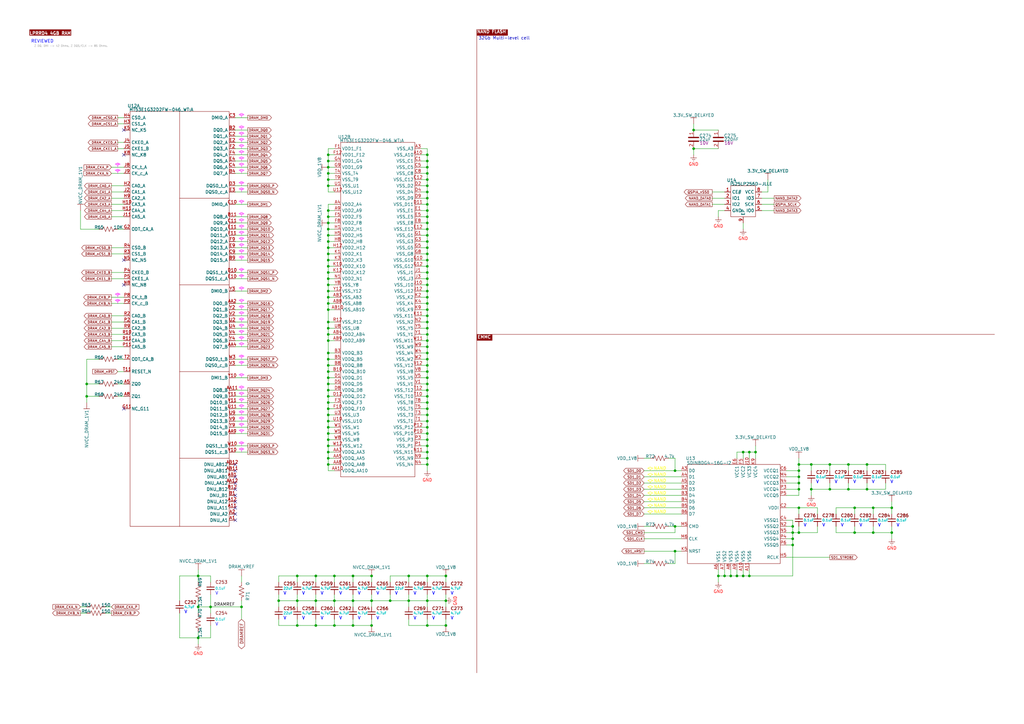
<source format=kicad_sch>
(kicad_sch (version 20231120) (generator "eeschema") (generator_version "7.99")
  (paper "A3")
  (title_block (date "2023-05-13") (rev "1.00"))
  (junction (at 175.26 180.34))
  (junction (at 134.62 71.12))
  (junction (at 175.26 91.44))
  (junction (at 325.12 223.52))
  (junction (at 175.26 246.38))
  (junction (at 175.26 121.92))
  (junction (at 134.62 63.5))
  (junction (at 175.26 66.04))
  (junction (at 134.62 187.96))
  (junction (at 134.62 119.38))
  (junction (at 134.62 160.02))
  (junction (at 340.36 200.66))
  (junction (at 347.98 190.5))
  (junction (at 175.26 167.64))
  (junction (at 182.88 236.22))
  (junction (at 365.76 218.44))
  (junction (at 129.54 256.54))
  (junction (at 294.64 236.22))
  (junction (at 134.62 99.06))
  (junction (at 350.52 208.28))
  (junction (at 134.62 116.84))
  (junction (at 81.28 236.22))
  (junction (at 175.26 101.6))
  (junction (at 134.62 96.52))
  (junction (at 114.3 246.38))
  (junction (at 134.62 121.92))
  (junction (at 134.62 147.32))
  (junction (at 86.36 248.92))
  (junction (at 134.62 177.8))
  (junction (at 175.26 127))
  (junction (at 365.76 208.28))
  (junction (at 175.26 106.68))
  (junction (at 175.26 170.18))
  (junction (at 358.14 218.44))
  (junction (at 134.62 162.56))
  (junction (at 134.62 154.94))
  (junction (at 302.26 236.22))
  (junction (at 134.62 76.2))
  (junction (at 134.62 86.36))
  (junction (at 332.74 190.5))
  (junction (at 175.26 71.12))
  (junction (at 134.62 175.26))
  (junction (at 160.02 246.38))
  (junction (at 144.78 256.54))
  (junction (at 134.62 182.88))
  (junction (at 175.26 73.66))
  (junction (at 121.92 236.22))
  (junction (at 309.88 185.42))
  (junction (at 175.26 99.06))
  (junction (at 134.62 114.3))
  (junction (at 134.62 157.48))
  (junction (at 325.12 220.98))
  (junction (at 134.62 190.5))
  (junction (at 297.18 236.22))
  (junction (at 175.26 149.86))
  (junction (at 175.26 109.22))
  (junction (at 175.26 175.26))
  (junction (at 175.26 68.58))
  (junction (at 175.26 93.98))
  (junction (at 276.86 226.06))
  (junction (at 175.26 132.08))
  (junction (at 129.54 246.38))
  (junction (at 167.64 246.38))
  (junction (at 327.66 195.58))
  (junction (at 81.28 248.92))
  (junction (at 134.62 101.6))
  (junction (at 175.26 96.52))
  (junction (at 175.26 86.36))
  (junction (at 340.36 190.5))
  (junction (at 347.98 200.66))
  (junction (at 134.62 134.62))
  (junction (at 175.26 172.72))
  (junction (at 134.62 132.08))
  (junction (at 175.26 83.82))
  (junction (at 327.66 208.28))
  (junction (at 284.48 53.34) (diameter 0.9144))
  (junction (at 129.54 236.22))
  (junction (at 175.26 78.74))
  (junction (at 134.62 137.16))
  (junction (at 134.62 109.22))
  (junction (at 175.26 165.1))
  (junction (at 175.26 63.5))
  (junction (at 327.66 190.5))
  (junction (at 350.52 218.44))
  (junction (at 134.62 167.64))
  (junction (at 175.26 154.94))
  (junction (at 144.78 246.38))
  (junction (at 307.34 236.22))
  (junction (at 358.14 208.28))
  (junction (at 144.78 236.22))
  (junction (at 175.26 139.7))
  (junction (at 134.62 68.58))
  (junction (at 175.26 114.3))
  (junction (at 182.88 246.38))
  (junction (at 175.26 157.48))
  (junction (at 355.6 200.66))
  (junction (at 134.62 111.76))
  (junction (at 307.34 185.42))
  (junction (at 35.56 162.56))
  (junction (at 332.74 200.66))
  (junction (at 134.62 172.72))
  (junction (at 134.62 185.42))
  (junction (at 152.4 246.38))
  (junction (at 134.62 152.4))
  (junction (at 134.62 165.1))
  (junction (at 134.62 144.78))
  (junction (at 152.4 256.54))
  (junction (at 134.62 66.04))
  (junction (at 134.62 139.7))
  (junction (at 134.62 149.86))
  (junction (at 175.26 81.28))
  (junction (at 134.62 124.46))
  (junction (at 182.88 256.54))
  (junction (at 304.8 185.42))
  (junction (at 327.66 218.44))
  (junction (at 175.26 142.24))
  (junction (at 134.62 106.68))
  (junction (at 134.62 91.44))
  (junction (at 175.26 129.54))
  (junction (at 175.26 134.62))
  (junction (at 137.16 246.38))
  (junction (at 304.8 236.22))
  (junction (at 175.26 111.76))
  (junction (at 99.06 248.92))
  (junction (at 175.26 185.42))
  (junction (at 175.26 162.56))
  (junction (at 134.62 170.18))
  (junction (at 134.62 93.98))
  (junction (at 134.62 127))
  (junction (at 35.56 157.48))
  (junction (at 175.26 187.96))
  (junction (at 276.86 215.9))
  (junction (at 355.6 190.5))
  (junction (at 175.26 144.78))
  (junction (at 134.62 73.66))
  (junction (at 327.66 198.12))
  (junction (at 175.26 116.84))
  (junction (at 284.48 60.96))
  (junction (at 175.26 124.46))
  (junction (at 175.26 236.22))
  (junction (at 327.66 200.66))
  (junction (at 175.26 76.2))
  (junction (at 175.26 119.38))
  (junction (at 134.62 180.34))
  (junction (at 167.64 236.22))
  (junction (at 137.16 256.54))
  (junction (at 175.26 147.32))
  (junction (at 327.66 193.04))
  (junction (at 175.26 177.8))
  (junction (at 175.26 182.88))
  (junction (at 137.16 236.22))
  (junction (at 175.26 160.02))
  (junction (at 175.26 190.5))
  (junction (at 152.4 236.22))
  (junction (at 81.28 261.62))
  (junction (at 175.26 137.16))
  (junction (at 121.92 256.54))
  (junction (at 299.72 236.22))
  (junction (at 134.62 104.14))
  (junction (at 325.12 218.44))
  (junction (at 175.26 104.14))
  (junction (at 175.26 88.9))
  (junction (at 175.26 256.54))
  (junction (at 121.92 246.38))
  (junction (at 276.86 193.04))
  (junction (at 325.12 215.9))
  (junction (at 175.26 152.4))
  (junction (at 134.62 88.9))
  (no_connect (at 50.8 106.68))
  (no_connect (at 50.8 116.84))
  (no_connect (at 96.52 193.04))
  (no_connect (at 96.52 203.2))
  (no_connect (at 96.52 195.58))
  (no_connect (at 96.52 190.5))
  (no_connect (at 96.52 198.12))
  (no_connect (at 96.52 213.36))
  (no_connect (at 96.52 208.28))
  (no_connect (at 96.52 205.74))
  (no_connect (at 96.52 200.66))
  (no_connect (at 96.52 210.82))
  (no_connect (at 50.8 167.64))
  (no_connect (at 50.8 63.5))
  (no_connect (at 50.8 53.34))
  (wire (pts (xy 134.62 180.34) (xy 137.16 180.34)))
  (wire (pts (xy 264.16 200.66) (xy 279.4 200.66)))
  (wire (pts (xy 322.58 223.52) (xy 325.12 223.52)))
  (wire (pts (xy 121.92 256.54) (xy 114.3 256.54)))
  (wire (pts (xy 274.32 231.14) (xy 276.86 231.14)))
  (wire (pts (xy 294.64 236.22) (xy 294.64 238.76)))
  (wire (pts (xy 297.18 233.68) (xy 297.18 236.22)))
  (wire (pts (xy 172.72 154.94) (xy 175.26 154.94)))
  (wire (pts (xy 40.64 157.48) (xy 35.56 157.48)))
  (wire (pts (xy 129.54 243.84) (xy 129.54 246.38)))
  (wire (pts (xy 325.12 220.98) (xy 325.12 218.44)))
  (wire (pts (xy 45.72 101.6) (xy 50.8 101.6)))
  (wire (pts (xy 182.88 256.54) (xy 175.26 256.54)))
  (wire (pts (xy 175.26 162.56) (xy 175.26 165.1)))
  (wire (pts (xy 101.6 93.98) (xy 96.52 93.98)))
  (wire (pts (xy 175.26 142.24) (xy 175.26 144.78)))
  (wire (pts (xy 335.28 218.44) (xy 327.66 218.44)))
  (wire (pts (xy 327.66 190.5) (xy 332.74 190.5)))
  (wire (pts (xy 332.74 198.12) (xy 332.74 200.66)))
  (wire (pts (xy 274.32 187.96) (xy 276.86 187.96)))
  (wire (pts (xy 358.14 208.28) (xy 350.52 208.28)))
  (wire (pts (xy 134.62 76.2) (xy 134.62 78.74)))
  (wire (pts (xy 101.6 88.9) (xy 96.52 88.9)))
  (wire (pts (xy 302.26 233.68) (xy 302.26 236.22)))
  (wire (pts (xy 172.72 187.96) (xy 175.26 187.96)))
  (wire (pts (xy 134.62 137.16) (xy 137.16 137.16)))
  (wire (pts (xy 134.62 127) (xy 137.16 127)))
  (wire (pts (xy 322.58 215.9) (xy 325.12 215.9)))
  (wire (pts (xy 134.62 134.62) (xy 134.62 137.16)))
  (wire (pts (xy 355.6 190.5) (xy 347.98 190.5)))
  (wire (pts (xy 175.26 172.72) (xy 175.26 175.26)))
  (wire (pts (xy 134.62 111.76) (xy 134.62 114.3)))
  (wire (pts (xy 134.62 73.66) (xy 134.62 76.2)))
  (wire (pts (xy 144.78 246.38) (xy 152.4 246.38)))
  (wire (pts (xy 134.62 187.96) (xy 137.16 187.96)))
  (wire (pts (xy 175.26 88.9) (xy 175.26 91.44)))
  (wire (pts (xy 175.26 187.96) (xy 175.26 190.5)))
  (wire (pts (xy 134.62 144.78) (xy 134.62 147.32)))
  (wire (pts (xy 172.72 119.38) (xy 175.26 119.38)))
  (wire (pts (xy 152.4 254) (xy 152.4 256.54)))
  (wire (pts (xy 172.72 147.32) (xy 175.26 147.32)))
  (wire (pts (xy 175.26 177.8) (xy 175.26 180.34)))
  (wire (pts (xy 355.6 200.66) (xy 363.22 200.66)))
  (wire (pts (xy 101.6 114.3) (xy 96.52 114.3)))
  (wire (pts (xy 134.62 63.5) (xy 134.62 66.04)))
  (wire (pts (xy 327.66 198.12) (xy 322.58 198.12)))
  (wire (pts (xy 134.62 86.36) (xy 137.16 86.36)))
  (wire (pts (xy 327.66 193.04) (xy 327.66 195.58)))
  (wire (pts (xy 134.62 147.32) (xy 137.16 147.32)))
  (wire (pts (xy 134.62 104.14) (xy 137.16 104.14)))
  (wire (pts (xy 144.78 246.38) (xy 144.78 248.92)))
  (wire (pts (xy 175.26 157.48) (xy 175.26 160.02)))
  (wire (pts (xy 137.16 236.22) (xy 144.78 236.22)))
  (wire (pts (xy 129.54 256.54) (xy 121.92 256.54)))
  (wire (pts (xy 172.72 106.68) (xy 175.26 106.68)))
  (wire (pts (xy 134.62 154.94) (xy 137.16 154.94)))
  (wire (pts (xy 358.14 218.44) (xy 365.76 218.44)))
  (wire (pts (xy 342.9 218.44) (xy 342.9 215.9)))
  (wire (pts (xy 325.12 236.22) (xy 307.34 236.22)))
  (wire (pts (xy 175.26 137.16) (xy 175.26 139.7)))
  (wire (pts (xy 73.66 236.22) (xy 73.66 246.38)))
  (wire (pts (xy 325.12 223.52) (xy 325.12 236.22)))
  (wire (pts (xy 45.72 124.46) (xy 50.8 124.46)))
  (wire (pts (xy 172.72 160.02) (xy 175.26 160.02)))
  (wire (pts (xy 134.62 185.42) (xy 134.62 187.96)))
  (wire (pts (xy 121.92 246.38) (xy 121.92 248.92)))
  (wire (pts (xy 101.6 71.12) (xy 96.52 71.12)))
  (wire (pts (xy 172.72 111.76) (xy 175.26 111.76)))
  (wire (pts (xy 175.26 134.62) (xy 175.26 132.08)))
  (wire (pts (xy 322.58 218.44) (xy 325.12 218.44)))
  (wire (pts (xy 101.6 132.08) (xy 96.52 132.08)))
  (wire (pts (xy 365.76 218.44) (xy 365.76 220.98)))
  (wire (pts (xy 134.62 68.58) (xy 134.62 71.12)))
  (wire (pts (xy 101.6 99.06) (xy 96.52 99.06)))
  (wire (pts (xy 101.6 134.62) (xy 96.52 134.62)))
  (wire (pts (xy 134.62 193.04) (xy 137.16 193.04)))
  (wire (pts (xy 73.66 236.22) (xy 81.28 236.22)))
  (wire (pts (xy 276.86 187.96) (xy 276.86 193.04)))
  (wire (pts (xy 134.62 147.32) (xy 134.62 149.86)))
  (wire (pts (xy 172.72 177.8) (xy 175.26 177.8)))
  (wire (pts (xy 302.26 185.42) (xy 304.8 185.42)))
  (wire (pts (xy 172.72 101.6) (xy 175.26 101.6)))
  (wire (pts (xy 355.6 190.5) (xy 355.6 193.04)))
  (wire (pts (xy 137.16 254) (xy 137.16 256.54)))
  (wire (pts (xy 172.72 73.66) (xy 175.26 73.66)))
  (wire (pts (xy 307.34 236.22) (xy 304.8 236.22)))
  (wire (pts (xy 101.6 66.04) (xy 96.52 66.04)))
  (wire (pts (xy 327.66 203.2) (xy 322.58 203.2)))
  (wire (pts (xy 167.64 236.22) (xy 175.26 236.22)))
  (wire (pts (xy 175.26 256.54) (xy 167.64 256.54)))
  (wire (pts (xy 167.64 254) (xy 167.64 256.54)))
  (wire (pts (xy 45.72 76.2) (xy 50.8 76.2)))
  (wire (pts (xy 175.26 96.52) (xy 175.26 99.06)))
  (wire (pts (xy 134.62 109.22) (xy 137.16 109.22)))
  (wire (pts (xy 81.28 236.22) (xy 81.28 238.76)))
  (wire (pts (xy 264.16 231.14) (xy 266.7 231.14)))
  (wire (pts (xy 325.12 223.52) (xy 325.12 220.98)))
  (wire (pts (xy 365.76 205.74) (xy 365.76 208.28)))
  (wire (pts (xy 175.26 246.38) (xy 167.64 246.38)))
  (wire (pts (xy 327.66 187.96) (xy 327.66 190.5)))
  (wire (pts (xy 276.86 226.06) (xy 276.86 231.14)))
  (wire (pts (xy 325.12 218.44) (xy 327.66 218.44)))
  (wire (pts (xy 134.62 144.78) (xy 137.16 144.78)))
  (wire (pts (xy 134.62 78.74) (xy 137.16 78.74)))
  (wire (pts (xy 175.26 116.84) (xy 175.26 119.38)))
  (wire (pts (xy 292.1 78.74) (xy 297.18 78.74)))
  (wire (pts (xy 172.72 157.48) (xy 175.26 157.48)))
  (wire (pts (xy 172.72 60.96) (xy 175.26 60.96)))
  (wire (pts (xy 121.92 246.38) (xy 129.54 246.38)))
  (wire (pts (xy 86.36 238.76) (xy 86.36 236.22)))
  (wire (pts (xy 172.72 190.5) (xy 175.26 190.5)))
  (wire (pts (xy 81.28 261.62) (xy 81.28 264.16)))
  (wire (pts (xy 134.62 101.6) (xy 137.16 101.6)))
  (wire (pts (xy 264.16 187.96) (xy 266.7 187.96)))
  (wire (pts (xy 160.02 246.38) (xy 160.02 243.84)))
  (wire (pts (xy 134.62 71.12) (xy 137.16 71.12)))
  (wire (pts (xy 175.26 175.26) (xy 175.26 177.8)))
  (wire (pts (xy 302.26 236.22) (xy 299.72 236.22)))
  (wire (pts (xy 307.34 185.42) (xy 309.88 185.42)))
  (wire (pts (xy 175.26 144.78) (xy 175.26 147.32)))
  (wire (pts (xy 172.72 170.18) (xy 175.26 170.18)))
  (wire (pts (xy 172.72 124.46) (xy 175.26 124.46)))
  (wire (pts (xy 101.6 149.86) (xy 96.52 149.86)))
  (wire (pts (xy 134.62 187.96) (xy 134.62 190.5)))
  (wire (pts (xy 175.26 165.1) (xy 175.26 167.64)))
  (wire (pts (xy 175.26 254) (xy 175.26 256.54)))
  (wire (pts (xy 45.72 111.76) (xy 50.8 111.76)))
  (wire (pts (xy 134.62 127) (xy 134.62 132.08)))
  (wire (pts (xy 332.74 200.66) (xy 340.36 200.66)))
  (wire (pts (xy 365.76 208.28) (xy 365.76 210.82)))
  (wire (pts (xy 363.22 200.66) (xy 363.22 198.12)))
  (wire (pts (xy 175.26 152.4) (xy 175.26 154.94)))
  (wire (pts (xy 172.72 172.72) (xy 175.26 172.72)))
  (wire (pts (xy 172.72 71.12) (xy 175.26 71.12)))
  (wire (pts (xy 35.56 147.32) (xy 35.56 157.48)))
  (wire (pts (xy 314.96 73.66) (xy 314.96 78.74)))
  (wire (pts (xy 134.62 185.42) (xy 137.16 185.42)))
  (wire (pts (xy 101.6 137.16) (xy 96.52 137.16)))
  (wire (pts (xy 144.78 256.54) (xy 152.4 256.54)))
  (wire (pts (xy 175.26 154.94) (xy 175.26 157.48)))
  (wire (pts (xy 134.62 165.1) (xy 137.16 165.1)))
  (wire (pts (xy 121.92 236.22) (xy 121.92 238.76)))
  (wire (pts (xy 175.26 149.86) (xy 175.26 152.4)))
  (wire (pts (xy 322.58 213.36) (xy 325.12 213.36)))
  (wire (pts (xy 48.26 60.96) (xy 50.8 60.96)))
  (wire (pts (xy 309.88 182.88) (xy 309.88 185.42)))
  (wire (pts (xy 172.72 78.74) (xy 175.26 78.74)))
  (wire (pts (xy 172.72 137.16) (xy 175.26 137.16)))
  (wire (pts (xy 172.72 66.04) (xy 175.26 66.04)))
  (wire (pts (xy 160.02 236.22) (xy 167.64 236.22)))
  (wire (pts (xy 45.72 114.3) (xy 50.8 114.3)))
  (wire (pts (xy 284.48 60.96) (xy 294.64 60.96)))
  (wire (pts (xy 33.02 86.36) (xy 33.02 93.98)))
  (wire (pts (xy 152.4 243.84) (xy 152.4 246.38)))
  (wire (pts (xy 175.26 236.22) (xy 182.88 236.22)))
  (wire (pts (xy 134.62 172.72) (xy 137.16 172.72)))
  (wire (pts (xy 134.62 86.36) (xy 134.62 88.9)))
  (wire (pts (xy 175.26 114.3) (xy 175.26 116.84)))
  (wire (pts (xy 175.26 246.38) (xy 175.26 243.84)))
  (wire (pts (xy 101.6 104.14) (xy 96.52 104.14)))
  (wire (pts (xy 172.72 121.92) (xy 175.26 121.92)))
  (wire (pts (xy 284.48 50.8) (xy 284.48 53.34)))
  (wire (pts (xy 101.6 119.38) (xy 96.52 119.38)))
  (wire (pts (xy 335.28 210.82) (xy 335.28 208.28)))
  (wire (pts (xy 172.72 86.36) (xy 175.26 86.36)))
  (wire (pts (xy 175.26 106.68) (xy 175.26 109.22)))
  (wire (pts (xy 144.78 254) (xy 144.78 256.54)))
  (wire (pts (xy 175.26 160.02) (xy 175.26 162.56)))
  (wire (pts (xy 134.62 96.52) (xy 137.16 96.52)))
  (wire (pts (xy 40.64 147.32) (xy 35.56 147.32)))
  (wire (pts (xy 134.62 132.08) (xy 134.62 134.62)))
  (wire (pts (xy 101.6 182.88) (xy 96.52 182.88)))
  (wire (pts (xy 175.26 134.62) (xy 175.26 137.16)))
  (wire (pts (xy 114.3 243.84) (xy 114.3 246.38)))
  (wire (pts (xy 175.26 170.18) (xy 175.26 172.72)))
  (wire (pts (xy 137.16 243.84) (xy 137.16 246.38)))
  (wire (pts (xy 134.62 149.86) (xy 134.62 152.4)))
  (wire (pts (xy 134.62 119.38) (xy 137.16 119.38)))
  (wire (pts (xy 129.54 254) (xy 129.54 256.54)))
  (wire (pts (xy 307.34 233.68) (xy 307.34 236.22)))
  (wire (pts (xy 276.86 215.9) (xy 279.4 215.9)))
  (wire (pts (xy 172.72 167.64) (xy 175.26 167.64)))
  (wire (pts (xy 332.74 190.5) (xy 332.74 193.04)))
  (wire (pts (xy 114.3 246.38) (xy 121.92 246.38)))
  (wire (pts (xy 134.62 180.34) (xy 134.62 182.88)))
  (wire (pts (xy 175.26 76.2) (xy 175.26 78.74)))
  (wire (pts (xy 114.3 236.22) (xy 114.3 238.76)))
  (wire (pts (xy 144.78 256.54) (xy 137.16 256.54)))
  (wire (pts (xy 264.16 220.98) (xy 279.4 220.98)))
  (wire (pts (xy 101.6 68.58) (xy 96.52 68.58)))
  (wire (pts (xy 134.62 172.72) (xy 134.62 175.26)))
  (wire (pts (xy 358.14 218.44) (xy 358.14 215.9)))
  (wire (pts (xy 86.36 243.84) (xy 86.36 248.92)))
  (wire (pts (xy 43.18 251.46) (xy 45.72 251.46)))
  (wire (pts (xy 96.52 154.94) (xy 101.6 154.94)))
  (wire (pts (xy 45.72 121.92) (xy 50.8 121.92)))
  (wire (pts (xy 86.36 236.22) (xy 81.28 236.22)))
  (wire (pts (xy 101.6 162.56) (xy 96.52 162.56)))
  (wire (pts (xy 350.52 208.28) (xy 350.52 210.82)))
  (wire (pts (xy 134.62 139.7) (xy 134.62 144.78)))
  (wire (pts (xy 175.26 93.98) (xy 175.26 96.52)))
  (wire (pts (xy 45.72 88.9) (xy 50.8 88.9)))
  (wire (pts (xy 327.66 200.66) (xy 322.58 200.66)))
  (wire (pts (xy 327.66 208.28) (xy 335.28 208.28)))
  (wire (pts (xy 327.66 195.58) (xy 322.58 195.58)))
  (wire (pts (xy 45.72 81.28) (xy 50.8 81.28)))
  (wire (pts (xy 48.26 162.56) (xy 50.8 162.56)))
  (wire (pts (xy 332.74 200.66) (xy 332.74 203.2)))
  (wire (pts (xy 134.62 157.48) (xy 137.16 157.48)))
  (wire (pts (xy 33.02 251.46) (xy 35.56 251.46)))
  (wire (pts (xy 172.72 76.2) (xy 175.26 76.2)))
  (wire (pts (xy 167.64 246.38) (xy 167.64 248.92)))
  (wire (pts (xy 45.72 139.7) (xy 50.8 139.7)))
  (wire (pts (xy 347.98 190.5) (xy 340.36 190.5)))
  (wire (pts (xy 134.62 121.92) (xy 134.62 124.46)))
  (wire (pts (xy 129.54 236.22) (xy 137.16 236.22)))
  (wire (pts (xy 45.72 142.24) (xy 50.8 142.24)))
  (wire (pts (xy 137.16 162.56) (xy 134.62 162.56)))
  (wire (pts (xy 81.28 261.62) (xy 81.28 259.08)))
  (wire (pts (xy 358.14 208.28) (xy 358.14 210.82)))
  (wire (pts (xy 96.52 165.1) (xy 101.6 165.1)))
  (wire (pts (xy 327.66 200.66) (xy 327.66 203.2)))
  (wire (pts (xy 284.48 53.34) (xy 294.64 53.34)))
  (wire (pts (xy 134.62 99.06) (xy 137.16 99.06)))
  (wire (pts (xy 264.16 208.28) (xy 279.4 208.28)))
  (wire (pts (xy 175.26 99.06) (xy 175.26 101.6)))
  (wire (pts (xy 175.26 60.96) (xy 175.26 63.5)))
  (wire (pts (xy 304.8 233.68) (xy 304.8 236.22)))
  (wire (pts (xy 350.52 218.44) (xy 358.14 218.44)))
  (wire (pts (xy 134.62 124.46) (xy 137.16 124.46)))
  (wire (pts (xy 292.1 83.82) (xy 297.18 83.82)))
  (wire (pts (xy 175.26 73.66) (xy 175.26 76.2)))
  (wire (pts (xy 137.16 121.92) (xy 134.62 121.92)))
  (wire (pts (xy 325.12 218.44) (xy 325.12 215.9)))
  (wire (pts (xy 175.26 109.22) (xy 175.26 111.76)))
  (wire (pts (xy 276.86 193.04) (xy 279.4 193.04)))
  (wire (pts (xy 175.26 190.5) (xy 175.26 193.04)))
  (wire (pts (xy 172.72 109.22) (xy 175.26 109.22)))
  (wire (pts (xy 129.54 246.38) (xy 129.54 248.92)))
  (wire (pts (xy 134.62 109.22) (xy 134.62 111.76)))
  (wire (pts (xy 81.28 246.38) (xy 81.28 248.92)))
  (wire (pts (xy 101.6 53.34) (xy 96.52 53.34)))
  (wire (pts (xy 175.26 91.44) (xy 175.26 93.98)))
  (wire (pts (xy 274.32 215.9) (xy 276.86 215.9)))
  (wire (pts (xy 292.1 81.28) (xy 297.18 81.28)))
  (wire (pts (xy 355.6 200.66) (xy 355.6 198.12)))
  (wire (pts (xy 317.5 81.28) (xy 312.42 81.28)))
  (wire (pts (xy 299.72 233.68) (xy 299.72 236.22)))
  (wire (pts (xy 172.72 134.62) (xy 175.26 134.62)))
  (wire (pts (xy 101.6 96.52) (xy 96.52 96.52)))
  (wire (pts (xy 101.6 101.6) (xy 96.52 101.6)))
  (wire (pts (xy 45.72 129.54) (xy 50.8 129.54)))
  (wire (pts (xy 264.16 195.58) (xy 279.4 195.58)))
  (wire (pts (xy 172.72 99.06) (xy 175.26 99.06)))
  (wire (pts (xy 137.16 83.82) (xy 134.62 83.82)))
  (wire (pts (xy 365.76 215.9) (xy 365.76 218.44)))
  (wire (pts (xy 297.18 236.22) (xy 294.64 236.22)))
  (wire (pts (xy 172.72 127) (xy 175.26 127)))
  (wire (pts (xy 134.62 93.98) (xy 134.62 96.52)))
  (wire (pts (xy 327.66 208.28) (xy 327.66 210.82)))
  (wire (pts (xy 129.54 236.22) (xy 129.54 238.76)))
  (wire (pts (xy 101.6 78.74) (xy 96.52 78.74)))
  (wire (pts (xy 175.26 81.28) (xy 175.26 83.82)))
  (wire (pts (xy 114.3 254) (xy 114.3 256.54)))
  (wire (pts (xy 99.06 246.38) (xy 99.06 248.92)))
  (wire (pts (xy 175.26 111.76) (xy 175.26 114.3)))
  (wire (pts (xy 175.26 167.64) (xy 175.26 170.18)))
  (wire (pts (xy 134.62 175.26) (xy 134.62 177.8)))
  (wire (pts (xy 45.72 132.08) (xy 50.8 132.08)))
  (wire (pts (xy 307.34 187.96) (xy 307.34 185.42)))
  (wire (pts (xy 347.98 190.5) (xy 347.98 193.04)))
  (wire (pts (xy 134.62 116.84) (xy 137.16 116.84)))
  (wire (pts (xy 317.5 83.82) (xy 312.42 83.82)))
  (wire (pts (xy 101.6 63.5) (xy 96.52 63.5)))
  (wire (pts (xy 43.18 248.92) (xy 45.72 248.92)))
  (wire (pts (xy 114.3 236.22) (xy 121.92 236.22)))
  (wire (pts (xy 134.62 104.14) (xy 134.62 106.68)))
  (wire (pts (xy 134.62 99.06) (xy 134.62 101.6)))
  (wire (pts (xy 134.62 190.5) (xy 134.62 193.04)))
  (wire (pts (xy 182.88 236.22) (xy 182.88 238.76)))
  (wire (pts (xy 86.36 261.62) (xy 81.28 261.62)))
  (wire (pts (xy 172.72 149.86) (xy 175.26 149.86)))
  (wire (pts (xy 365.76 208.28) (xy 358.14 208.28)))
  (wire (pts (xy 81.28 248.92) (xy 86.36 248.92)))
  (wire (pts (xy 134.62 152.4) (xy 137.16 152.4)))
  (wire (pts (xy 45.72 83.82) (xy 50.8 83.82)))
  (wire (pts (xy 363.22 193.04) (xy 363.22 190.5)))
  (wire (pts (xy 101.6 55.88) (xy 96.52 55.88)))
  (wire (pts (xy 48.26 58.42) (xy 50.8 58.42)))
  (wire (pts (xy 144.78 236.22) (xy 152.4 236.22)))
  (wire (pts (xy 327.66 215.9) (xy 327.66 218.44)))
  (wire (pts (xy 294.64 233.68) (xy 294.64 236.22)))
  (wire (pts (xy 264.16 203.2) (xy 279.4 203.2)))
  (wire (pts (xy 134.62 190.5) (xy 137.16 190.5)))
  (wire (pts (xy 73.66 261.62) (xy 81.28 261.62)))
  (wire (pts (xy 175.26 66.04) (xy 175.26 68.58)))
  (wire (pts (xy 304.8 236.22) (xy 302.26 236.22)))
  (wire (pts (xy 96.52 167.64) (xy 101.6 167.64)))
  (wire (pts (xy 101.6 160.02) (xy 96.52 160.02)))
  (wire (pts (xy 101.6 142.24) (xy 96.52 142.24)))
  (wire (pts (xy 101.6 139.7) (xy 96.52 139.7)))
  (wire (pts (xy 81.28 248.92) (xy 81.28 251.46)))
  (wire (pts (xy 175.26 236.22) (xy 175.26 238.76)))
  (wire (pts (xy 121.92 236.22) (xy 129.54 236.22)))
  (wire (pts (xy 175.26 63.5) (xy 175.26 66.04)))
  (wire (pts (xy 134.62 149.86) (xy 137.16 149.86)))
  (wire (pts (xy 134.62 116.84) (xy 134.62 119.38)))
  (wire (pts (xy 48.26 147.32) (xy 50.8 147.32)))
  (wire (pts (xy 134.62 68.58) (xy 137.16 68.58)))
  (wire (pts (xy 172.72 180.34) (xy 175.26 180.34)))
  (wire (pts (xy 152.4 236.22) (xy 152.4 238.76)))
  (wire (pts (xy 134.62 170.18) (xy 137.16 170.18)))
  (wire (pts (xy 175.26 124.46) (xy 175.26 127)))
  (wire (pts (xy 327.66 193.04) (xy 322.58 193.04)))
  (wire (pts (xy 134.62 66.04) (xy 137.16 66.04)))
  (wire (pts (xy 101.6 60.96) (xy 96.52 60.96)))
  (wire (pts (xy 134.62 60.96) (xy 134.62 63.5)))
  (wire (pts (xy 101.6 124.46) (xy 96.52 124.46)))
  (wire (pts (xy 327.66 195.58) (xy 327.66 198.12)))
  (wire (pts (xy 302.26 187.96) (xy 302.26 185.42)))
  (wire (pts (xy 264.16 210.82) (xy 279.4 210.82)))
  (wire (pts (xy 172.72 114.3) (xy 175.26 114.3)))
  (wire (pts (xy 167.64 246.38) (xy 167.64 243.84)))
  (wire (pts (xy 342.9 208.28) (xy 350.52 208.28)))
  (wire (pts (xy 48.26 48.26) (xy 50.8 48.26)))
  (wire (pts (xy 134.62 63.5) (xy 137.16 63.5)))
  (wire (pts (xy 175.26 78.74) (xy 175.26 81.28)))
  (polyline (pts (xy 195.58 12.065) (xy 195.58 275.971)) (stroke (width 0) (color 132 0 0 1)))
  (wire (pts (xy 45.72 134.62) (xy 50.8 134.62)))
  (wire (pts (xy 134.62 154.94) (xy 134.62 157.48)))
  (wire (pts (xy 340.36 200.66) (xy 347.98 200.66)))
  (wire (pts (xy 325.12 215.9) (xy 325.12 213.36)))
  (wire (pts (xy 134.62 165.1) (xy 134.62 167.64)))
  (wire (pts (xy 175.26 127) (xy 175.26 129.54)))
  (wire (pts (xy 134.62 167.64) (xy 137.16 167.64)))
  (wire (pts (xy 134.62 134.62) (xy 137.16 134.62)))
  (wire (pts (xy 172.72 81.28) (xy 175.26 81.28)))
  (wire (pts (xy 137.16 246.38) (xy 137.16 248.92)))
  (wire (pts (xy 96.52 177.8) (xy 101.6 177.8)))
  (wire (pts (xy 347.98 200.66) (xy 355.6 200.66)))
  (wire (pts (xy 175.26 121.92) (xy 175.26 124.46)))
  (wire (pts (xy 167.64 236.22) (xy 167.64 238.76)))
  (wire (pts (xy 134.62 91.44) (xy 134.62 93.98)))
  (wire (pts (xy 264.16 198.12) (xy 279.4 198.12)))
  (wire (pts (xy 96.52 170.18) (xy 101.6 170.18)))
  (wire (pts (xy 327.66 190.5) (xy 327.66 193.04)))
  (wire (pts (xy 175.26 86.36) (xy 175.26 88.9)))
  (wire (pts (xy 134.62 66.04) (xy 134.62 68.58)))
  (wire (pts (xy 317.5 86.36) (xy 312.42 86.36)))
  (wire (pts (xy 172.72 185.42) (xy 175.26 185.42)))
  (wire (pts (xy 264.16 218.44) (xy 276.86 218.44)))
  (wire (pts (xy 342.9 210.82) (xy 342.9 208.28)))
  (wire (pts (xy 48.26 50.8) (xy 50.8 50.8)))
  (wire (pts (xy 134.62 106.68) (xy 137.16 106.68)))
  (wire (pts (xy 134.62 177.8) (xy 134.62 180.34)))
  (wire (pts (xy 134.62 76.2) (xy 137.16 76.2)))
  (wire (pts (xy 175.26 246.38) (xy 175.26 248.92)))
  (wire (pts (xy 160.02 238.76) (xy 160.02 236.22)))
  (wire (pts (xy 121.92 243.84) (xy 121.92 246.38)))
  (wire (pts (xy 327.66 198.12) (xy 327.66 200.66)))
  (wire (pts (xy 322.58 228.6) (xy 340.36 228.6)))
  (wire (pts (xy 134.62 88.9) (xy 137.16 88.9)))
  (wire (pts (xy 134.62 160.02) (xy 137.16 160.02)))
  (wire (pts (xy 172.72 129.54) (xy 175.26 129.54)))
  (wire (pts (xy 101.6 111.76) (xy 96.52 111.76)))
  (wire (pts (xy 144.78 243.84) (xy 144.78 246.38)))
  (wire (pts (xy 172.72 142.24) (xy 175.26 142.24)))
  (wire (pts (xy 175.26 147.32) (xy 175.26 149.86)))
  (wire (pts (xy 134.62 167.64) (xy 134.62 170.18)))
  (wire (pts (xy 101.6 48.26) (xy 96.52 48.26)))
  (wire (pts (xy 175.26 180.34) (xy 175.26 182.88)))
  (wire (pts (xy 134.62 175.26) (xy 137.16 175.26)))
  (wire (pts (xy 35.56 162.56) (xy 40.64 162.56)))
  (wire (pts (xy 347.98 200.66) (xy 347.98 198.12)))
  (wire (pts (xy 172.72 162.56) (xy 175.26 162.56)))
  (wire (pts (xy 309.88 185.42) (xy 309.88 187.96)))
  (wire (pts (xy 172.72 165.1) (xy 175.26 165.1)))
  (wire (pts (xy 137.16 236.22) (xy 137.16 238.76)))
  (wire (pts (xy 350.52 218.44) (xy 342.9 218.44)))
  (wire (pts (xy 172.72 182.88) (xy 175.26 182.88)))
  (wire (pts (xy 340.36 200.66) (xy 340.36 198.12)))
  (wire (pts (xy 182.88 246.38) (xy 175.26 246.38)))
  (wire (pts (xy 45.72 78.74) (xy 50.8 78.74)))
  (wire (pts (xy 264.16 193.04) (xy 276.86 193.04)))
  (wire (pts (xy 129.54 246.38) (xy 137.16 246.38)))
  (wire (pts (xy 314.96 78.74) (xy 312.42 78.74)))
  (wire (pts (xy 101.6 83.82) (xy 96.52 83.82)))
  (wire (pts (xy 172.72 88.9) (xy 175.26 88.9)))
  (wire (pts (xy 294.64 86.36) (xy 297.18 86.36)))
  (wire (pts (xy 134.62 88.9) (xy 134.62 91.44)))
  (wire (pts (xy 172.72 68.58) (xy 175.26 68.58)))
  (wire (pts (xy 266.7 215.9) (xy 264.16 215.9)))
  (wire (pts (xy 101.6 58.42) (xy 96.52 58.42)))
  (wire (pts (xy 182.88 243.84) (xy 182.88 246.38)))
  (wire (pts (xy 264.16 226.06) (xy 276.86 226.06)))
  (wire (pts (xy 134.62 139.7) (xy 137.16 139.7)))
  (wire (pts (xy 350.52 215.9) (xy 350.52 218.44)))
  (wire (pts (xy 175.26 182.88) (xy 175.26 185.42)))
  (wire (pts (xy 86.36 256.54) (xy 86.36 261.62)))
  (wire (pts (xy 86.36 248.92) (xy 86.36 251.46)))
  (wire (pts (xy 134.62 119.38) (xy 134.62 121.92)))
  (wire (pts (xy 175.26 83.82) (xy 175.26 86.36)))
  (wire (pts (xy 35.56 157.48) (xy 35.56 162.56)))
  (wire (pts (xy 340.36 190.5) (xy 340.36 193.04)))
  (wire (pts (xy 134.62 114.3) (xy 137.16 114.3)))
  (wire (pts (xy 101.6 106.68) (xy 96.52 106.68)))
  (wire (pts (xy 134.62 137.16) (xy 134.62 139.7)))
  (wire (pts (xy 172.72 91.44) (xy 175.26 91.44)))
  (wire (pts (xy 134.62 101.6) (xy 134.62 104.14)))
  (wire (pts (xy 172.72 93.98) (xy 175.26 93.98)))
  (wire (pts (xy 81.28 233.68) (xy 81.28 236.22)))
  (wire (pts (xy 99.06 236.22) (xy 99.06 238.76)))
  (wire (pts (xy 134.62 182.88) (xy 137.16 182.88)))
  (wire (pts (xy 276.86 218.44) (xy 276.86 215.9)))
  (wire (pts (xy 101.6 185.42) (xy 96.52 185.42)))
  (wire (pts (xy 276.86 226.06) (xy 279.4 226.06)))
  (wire (pts (xy 152.4 246.38) (xy 152.4 248.92)))
  (wire (pts (xy 134.62 114.3) (xy 134.62 116.84)))
  (wire (pts (xy 96.52 175.26) (xy 101.6 175.26)))
  (wire (pts (xy 48.26 157.48) (xy 50.8 157.48)))
  (wire (pts (xy 172.72 175.26) (xy 175.26 175.26)))
  (wire (pts (xy 134.62 96.52) (xy 134.62 99.06)))
  (wire (pts (xy 137.16 246.38) (xy 144.78 246.38)))
  (wire (pts (xy 299.72 236.22) (xy 297.18 236.22)))
  (wire (pts (xy 322.58 220.98) (xy 325.12 220.98)))
  (wire (pts (xy 264.16 205.74) (xy 279.4 205.74)))
  (wire (pts (xy 335.28 215.9) (xy 335.28 218.44)))
  (wire (pts (xy 134.62 160.02) (xy 134.62 162.56)))
  (wire (pts (xy 101.6 147.32) (xy 96.52 147.32)))
  (wire (pts (xy 134.62 106.68) (xy 134.62 109.22)))
  (wire (pts (xy 134.62 177.8) (xy 137.16 177.8)))
  (wire (pts (xy 48.26 152.4) (xy 50.8 152.4)))
  (wire (pts (xy 33.02 248.92) (xy 35.56 248.92)))
  (wire (pts (xy 73.66 251.46) (xy 73.66 261.62)))
  (wire (pts (xy 172.72 104.14) (xy 175.26 104.14)))
  (wire (pts (xy 45.72 71.12) (xy 50.8 71.12)))
  (wire (pts (xy 175.26 139.7) (xy 175.26 142.24)))
  (wire (pts (xy 99.06 248.92) (xy 99.06 254)))
  (wire (pts (xy 96.52 172.72) (xy 101.6 172.72)))
  (wire (pts (xy 172.72 83.82) (xy 175.26 83.82)))
  (wire (pts (xy 45.72 86.36) (xy 50.8 86.36)))
  (wire (pts (xy 45.72 137.16) (xy 50.8 137.16)))
  (wire (pts (xy 137.16 256.54) (xy 129.54 256.54)))
  (polyline (pts (xy 407.924 137.16) (xy 195.58 137.16)) (stroke (width 0) (color 132 0 0 1)))
  (wire (pts (xy 294.64 88.9) (xy 294.64 86.36)))
  (wire (pts (xy 340.36 190.5) (xy 332.74 190.5)))
  (wire (pts (xy 134.62 132.08) (xy 137.16 132.08)))
  (wire (pts (xy 172.72 144.78) (xy 175.26 144.78)))
  (wire (pts (xy 114.3 246.38) (xy 114.3 248.92)))
  (wire (pts (xy 35.56 165.1) (xy 35.56 162.56)))
  (wire (pts (xy 175.26 104.14) (xy 175.26 106.68)))
  (wire (pts (xy 134.62 124.46) (xy 134.62 127)))
  (wire (pts (xy 134.62 162.56) (xy 134.62 165.1)))
  (wire (pts (xy 134.62 91.44) (xy 137.16 91.44)))
  (wire (pts (xy 304.8 187.96) (xy 304.8 185.42)))
  (wire (pts (xy 101.6 91.44) (xy 96.52 91.44)))
  (wire (pts (xy 134.62 170.18) (xy 134.62 172.72)))
  (wire (pts (xy 167.64 246.38) (xy 160.02 246.38)))
  (wire (pts (xy 86.36 248.92) (xy 99.06 248.92)))
  (wire (pts (xy 45.72 104.14) (xy 50.8 104.14)))
  (wire (pts (xy 175.26 119.38) (xy 175.26 121.92)))
  (wire (pts (xy 134.62 152.4) (xy 134.62 154.94)))
  (wire (pts (xy 134.62 93.98) (xy 137.16 93.98)))
  (wire (pts (xy 284.48 63.5) (xy 284.48 60.96)))
  (wire (pts (xy 175.26 71.12) (xy 175.26 73.66)))
  (wire (pts (xy 134.62 83.82) (xy 134.62 86.36)))
  (wire (pts (xy 175.26 101.6) (xy 175.26 104.14)))
  (wire (pts (xy 175.26 132.08) (xy 172.72 132.08)))
  (wire (pts (xy 101.6 127) (xy 96.52 127)))
  (wire (pts (xy 144.78 236.22) (xy 144.78 238.76)))
  (wire (pts (xy 172.72 116.84) (xy 175.26 116.84)))
  (wire (pts (xy 175.26 68.58) (xy 175.26 71.12)))
  (wire (pts (xy 304.8 185.42) (xy 307.34 185.42)))
  (wire (pts (xy 182.88 246.38) (xy 182.88 248.92)))
  (wire (pts (xy 134.62 111.76) (xy 137.16 111.76)))
  (wire (pts (xy 172.72 139.7) (xy 175.26 139.7)))
  (wire (pts (xy 175.26 129.54) (xy 175.26 132.08)))
  (wire (pts (xy 152.4 246.38) (xy 160.02 246.38)))
  (wire (pts (xy 137.16 60.96) (xy 134.62 60.96)))
  (wire (pts (xy 101.6 76.2) (xy 96.52 76.2)))
  (wire (pts (xy 175.26 185.42) (xy 175.26 187.96)))
  (wire (pts (xy 172.72 63.5) (xy 175.26 63.5)))
  (wire (pts (xy 101.6 129.54) (xy 96.52 129.54)))
  (wire (pts (xy 172.72 152.4) (xy 175.26 152.4)))
  (wire (pts (xy 172.72 96.52) (xy 175.26 96.52)))
  (wire (pts (xy 304.8 91.44) (xy 304.8 93.98)))
  (wire (pts (xy 121.92 254) (xy 121.92 256.54)))
  (wire (pts (xy 45.72 68.58) (xy 50.8 68.58)))
  (wire (pts (xy 134.62 73.66) (xy 137.16 73.66)))
  (wire (pts (xy 33.02 93.98) (xy 40.64 93.98)))
  (wire (pts (xy 134.62 182.88) (xy 134.62 185.42)))
  (wire (pts (xy 48.26 93.98) (xy 50.8 93.98)))
  (wire (pts (xy 182.88 254) (xy 182.88 256.54)))
  (wire (pts (xy 134.62 157.48) (xy 134.62 160.02)))
  (wire (pts (xy 363.22 190.5) (xy 355.6 190.5)))
  (wire (pts (xy 322.58 208.28) (xy 327.66 208.28)))
  (wire (pts (xy 134.62 71.12) (xy 134.62 73.66)))
  (rectangle (start 12.065 12.065) (end 29.21 14.605) (stroke (width -0.0001)) (fill (type color) (color 132 0 0 1)))
  (rectangle (start 195.58 12.065) (end 208.28 14.605) (stroke (width -0.0001)) (fill (type color) (color 132 0 0 1)))
  (rectangle (start 195.58 137.16) (end 201.93 139.7) (stroke (width -0.0001)) (fill (type color) (color 132 0 0 1)))
  (text "REVIEWED" (at 12.7 17.78 0) (effects (font (size 1.27 1.27)) (justify left bottom)))
  (text "LPRRD4 4GB RAM" (at 29.21 14.605 0) (effects (font (size 1.27 1.27) (thickness 0.254) (bold yes)) (justify right bottom)))
  (text "Z DQ, DMI -> 42 Ohms, Z DQS/CLK -> 85 Ohms." (at 13.97 19.05 0) (effects (font (size 0.762 0.762)) (justify left)))
  (text "EMMC" (at 201.422 139.192 0) (effects (font (size 1.27 1.27) (thickness 0.254) (bold yes)) (justify right bottom)))
  (text "NAND FLASH" (at 207.645 13.97 0) (effects (font (size 1.27 1.27) (thickness 0.254) (bold yes)) (justify right bottom)))
  (text "32Gb Multi-level cell" (at 196.215 16.51 0) (effects (font (size 1.27 1.27)) (justify left bottom)))
  (label "DRAMREF" (at 87.63 248.92 0))
  (global_label "SD1_D2" (shape bidirectional) (at 264.16 198.12 180) (effects (font (size 1 1))) (property "Intersheetrefs" "${INTERSHEET_REFS}" (effects (hide yes))))
  (global_label "DRAM_DQ21" (shape output) (at 101.6 137.16 0) (effects (font (size 1 1))) (property "Intersheetrefs" "${INTERSHEET_REFS}" (effects (hide yes))))
  (global_label "DRAM_DQS3_N" (shape output) (at 101.6 185.42 0) (effects (font (size 1 1))) (property "Intersheetrefs" "${INTERSHEET_REFS}" (effects (hide yes))))
  (global_label "DRAM_CA1_A" (shape output) (at 45.72 78.74 180) (effects (font (size 1 1))) (property "Intersheetrefs" "${INTERSHEET_REFS}" (effects (hide yes))))
  (global_label "DRAM_CKB_N" (shape output) (at 33.02 251.46 180) (effects (font (size 1 1))) (property "Intersheetrefs" "${INTERSHEET_REFS}" (effects (hide yes))))
  (global_label "DRAM_nCS0_B" (shape output) (at 45.72 101.6 180) (effects (font (size 1 1))) (property "Intersheetrefs" "${INTERSHEET_REFS}" (effects (hide yes))))
  (global_label "DRAM_DQ9" (shape output) (at 101.6 91.44 0) (effects (font (size 1 1))) (property "Intersheetrefs" "${INTERSHEET_REFS}" (effects (hide yes))))
  (global_label "DRAM_CA4_A" (shape output) (at 45.72 86.36 180) (effects (font (size 1 1))) (property "Intersheetrefs" "${INTERSHEET_REFS}" (effects (hide yes))))
  (global_label "SD1_STROBE" (shape output) (at 340.36 228.6 0) (effects (font (size 1 1))) (property "Intersheetrefs" "${INTERSHEET_REFS}" (effects (hide yes))))
  (global_label "DRAM_CKE1_A" (shape output) (at 48.26 60.96 180) (effects (font (size 1 1))) (property "Intersheetrefs" "${INTERSHEET_REFS}" (effects (hide yes))))
  (global_label "DRAM_DQ15" (shape output) (at 101.6 106.68 0) (effects (font (size 1 1))) (property "Intersheetrefs" "${INTERSHEET_REFS}" (effects (hide yes))))
  (global_label "NAND_DATA0" (shape output) (at 292.1 81.28 180) (effects (font (size 1 1))) (property "Intersheetrefs" "${INTERSHEET_REFS}" (effects (hide yes))))
  (global_label "DRAM_DQ1" (shape output) (at 101.6 55.88 0) (effects (font (size 1 1))) (property "Intersheetrefs" "${INTERSHEET_REFS}" (effects (hide yes))))
  (global_label "DRAM_DQ20" (shape output) (at 101.6 134.62 0) (effects (font (size 1 1))) (property "Intersheetrefs" "${INTERSHEET_REFS}" (effects (hide yes))))
  (global_label "DRAM_DQS1_N" (shape output) (at 101.6 114.3 0) (effects (font (size 1 1))) (property "Intersheetrefs" "${INTERSHEET_REFS}" (effects (hide yes))))
  (global_label "SD1_CLK" (shape output) (at 264.16 220.98 180) (effects (font (size 1 1))) (property "Intersheetrefs" "${INTERSHEET_REFS}" (effects (hide yes))))
  (global_label "DRAM_CKA_P" (shape input) (at 45.72 68.58 180) (effects (font (size 1 1))) (property "Intersheetrefs" "${INTERSHEET_REFS}" (effects (hide yes))))
  (global_label "DRAM_CKA_N" (shape input) (at 33.02 248.92 180) (effects (font (size 1 1))) (property "Intersheetrefs" "${INTERSHEET_REFS}" (effects (hide yes))))
  (global_label "DRAM_CKA_N" (shape input) (at 45.72 71.12 180) (effects (font (size 1 1))) (property "Intersheetrefs" "${INTERSHEET_REFS}" (effects (hide yes))))
  (global_label "DRAM_DQ8" (shape output) (at 101.6 88.9 0) (effects (font (size 1 1))) (property "Intersheetrefs" "${INTERSHEET_REFS}" (effects (hide yes))))
  (global_label "SD1_CMD" (shape output) (at 264.16 218.44 180) (effects (font (size 1 1))) (property "Intersheetrefs" "${INTERSHEET_REFS}" (effects (hide yes))))
  (global_label "DRAM_DQ24" (shape output) (at 101.6 160.02 0) (effects (font (size 1 1))) (property "Intersheetrefs" "${INTERSHEET_REFS}" (effects (hide yes))))
  (global_label "DRAM_DQ0" (shape output) (at 101.6 53.34 0) (effects (font (size 1 1))) (property "Intersheetrefs" "${INTERSHEET_REFS}" (effects (hide yes))))
  (global_label "DRAM_DM0" (shape output) (at 101.6 48.26 0) (effects (font (size 1 1))) (property "Intersheetrefs" "${INTERSHEET_REFS}" (effects (hide yes))))
  (global_label "QSPIA_SCLK" (shape output) (at 317.5 83.82 0) (effects (font (size 1 1))) (property "Intersheetrefs" "${INTERSHEET_REFS}" (effects (hide yes))))
  (global_label "DRAM_CA0_A" (shape output) (at 45.72 76.2 180) (effects (font (size 1 1))) (property "Intersheetrefs" "${INTERSHEET_REFS}" (effects (hide yes))))
  (global_label "DRAM_DQ26" (shape output) (at 101.6 165.1 0) (effects (font (size 1 1))) (property "Intersheetrefs" "${INTERSHEET_REFS}" (effects (hide yes))))
  (global_label "DRAM_DQ25" (shape output) (at 101.6 162.56 0) (effects (font (size 1 1))) (property "Intersheetrefs" "${INTERSHEET_REFS}" (effects (hide yes))))
  (global_label "DRAM_CKE1_B" (shape output) (at 45.72 114.3 180) (effects (font (size 1 1))) (property "Intersheetrefs" "${INTERSHEET_REFS}" (effects (hide yes))))
  (global_label "DRAM_CA4_B" (shape output) (at 45.72 139.7 180) (effects (font (size 1 1))) (property "Intersheetrefs" "${INTERSHEET_REFS}" (effects (hide yes))))
  (global_label "DRAM_CA2_B" (shape output) (at 45.72 134.62 180) (effects (font (size 1 1))) (property "Intersheetrefs" "${INTERSHEET_REFS}" (effects (hide yes))))
  (global_label "SD1_D3" (shape bidirectional) (at 264.16 200.66 180) (effects (font (size 1 1))) (property "Intersheetrefs" "${INTERSHEET_REFS}" (effects (hide yes))))
  (global_label "DRAM_DQS0_P" (shape output) (at 101.6 76.2 0) (effects (font (size 1 1))) (property "Intersheetrefs" "${INTERSHEET_REFS}" (effects (hide yes))))
  (global_label "DRAM_CA0_B" (shape output) (at 45.72 129.54 180) (effects (font (size 1 1))) (property "Intersheetrefs" "${INTERSHEET_REFS}" (effects (hide yes))))
  (global_label "DRAM_CA3_A" (shape output) (at 45.72 83.82 180) (effects (font (size 1 1))) (property "Intersheetrefs" "${INTERSHEET_REFS}" (effects (hide yes))))
  (global_label "DRAM_CKE0_A" (shape output) (at 48.26 58.42 180) (effects (font (size 1 1))) (property "Intersheetrefs" "${INTERSHEET_REFS}" (effects (hide yes))))
  (global_label "DRAM_DQ27" (shape output) (at 101.6 167.64 0) (effects (font (size 1 1))) (property "Intersheetrefs" "${INTERSHEET_REFS}" (effects (hide yes))))
  (global_label "DRAMREF" (shape bidirectional) (at 99.06 254 270) (property "Intersheetrefs" "${INTERSHEET_REFS}" (effects (hide yes))))
  (global_label "DRAM_DQ6" (shape output) (at 101.6 68.58 0) (effects (font (size 1 1))) (property "Intersheetrefs" "${INTERSHEET_REFS}" (effects (hide yes))))
  (global_label "DRAM_nCS1_A" (shape output) (at 48.26 50.8 180) (effects (font (size 1 1))) (property "Intersheetrefs" "${INTERSHEET_REFS}" (effects (hide yes))))
  (global_label "DRAM_DQS1_P" (shape output) (at 101.6 111.76 0) (effects (font (size 1 1))) (property "Intersheetrefs" "${INTERSHEET_REFS}" (effects (hide yes))))
  (global_label "QSPIA_nSS0 " (shape output) (at 292.1 78.74 180) (effects (font (size 1 1))) (property "Intersheetrefs" "${INTERSHEET_REFS}" (effects (hide yes))))
  (global_label "DRAM_DQ7" (shape output) (at 101.6 71.12 0) (effects (font (size 1 1))) (property "Intersheetrefs" "${INTERSHEET_REFS}" (effects (hide yes))))
  (global_label "DRAM_DQ19" (shape output) (at 101.6 132.08 0) (effects (font (size 1 1))) (property "Intersheetrefs" "${INTERSHEET_REFS}" (effects (hide yes))))
  (global_label "DRAM_DQ17" (shape output) (at 101.6 127 0) (effects (font (size 1 1))) (property "Intersheetrefs" "${INTERSHEET_REFS}" (effects (hide yes))))
  (global_label "DRAM_nCS0_A" (shape output) (at 48.26 48.26 180) (effects (font (size 1 1))) (property "Intersheetrefs" "${INTERSHEET_REFS}" (effects (hide yes))))
  (global_label "DRAM_DQS3_P" (shape output) (at 101.6 182.88 0) (effects (font (size 1 1))) (property "Intersheetrefs" "${INTERSHEET_REFS}" (effects (hide yes))))
  (global_label "DRAM_DQS0_N" (shape output) (at 101.6 78.74 0) (effects (font (size 1 1))) (property "Intersheetrefs" "${INTERSHEET_REFS}" (effects (hide yes))))
  (global_label "DRAM_DQ22" (shape output) (at 101.6 139.7 0) (effects (font (size 1 1))) (property "Intersheetrefs" "${INTERSHEET_REFS}" (effects (hide yes))))
  (global_label "DRAM_CA3_B" (shape output) (at 45.72 137.16 180) (effects (font (size 1 1))) (property "Intersheetrefs" "${INTERSHEET_REFS}" (effects (hide yes))))
  (global_label "DRAM_CKA_P" (shape input) (at 45.72 248.92 0) (effects (font (size 1 1))) (property "Intersheetrefs" "${INTERSHEET_REFS}" (effects (hide yes))))
  (global_label "DRAM_DM1" (shape output) (at 101.6 83.82 0) (effects (font (size 1 1))) (property "Intersheetrefs" "${INTERSHEET_REFS}" (effects (hide yes))))
  (global_label "SD1_D4" (shape bidirectional) (at 264.16 203.2 180) (effects (font (size 1 1))) (property "Intersheetrefs" "${INTERSHEET_REFS}" (effects (hide yes))))
  (global_label "NAND_DATA3" (shape output) (at 317.5 86.36 0) (effects (font (size 1 1))) (property "Intersheetrefs" "${INTERSHEET_REFS}" (effects (hide yes))))
  (global_label "DRAM_DQS2_N" (shape output) (at 101.6 149.86 0) (effects (font (size 1 1))) (property "Intersheetrefs" "${INTERSHEET_REFS}" (effects (hide yes))))
  (global_label "DRAM_DM3" (shape output) (at 101.6 154.94 0) (effects (font (size 1 1))) (property "Intersheetrefs" "${INTERSHEET_REFS}" (effects (hide yes))))
  (global_label "DRAM_DQ16" (shape output) (at 101.6 124.46 0) (effects (font (size 1 1))) (property "Intersheetrefs" "${INTERSHEET_REFS}" (effects (hide yes))))
  (global_label "DRAM_DQ28" (shape output) (at 101.6 170.18 0) (effects (font (size 1 1))) (property "Intersheetrefs" "${INTERSHEET_REFS}" (effects (hide yes))))
  (global_label "SD1_D7" (shape bidirectional) (at 264.16 210.82 180) (effects (font (size 1 1))) (property "Intersheetrefs" "${INTERSHEET_REFS}" (effects (hide yes))))
  (global_label "DRAM_DQ4" (shape output) (at 101.6 63.5 0) (effects (font (size 1 1))) (property "Intersheetrefs" "${INTERSHEET_REFS}" (effects (hide yes))))
  (global_label "DRAM_DQ13" (shape output) (at 101.6 101.6 0) (effects (font (size 1 1))) (property "Intersheetrefs" "${INTERSHEET_REFS}" (effects (hide yes))))
  (global_label "DRAM_CA2_A" (shape output) (at 45.72 81.28 180) (effects (font (size 1 1))) (property "Intersheetrefs" "${INTERSHEET_REFS}" (effects (hide yes))))
  (global_label "DRAM_DM2" (shape output) (at 101.6 119.38 0) (effects (font (size 1 1))) (property "Intersheetrefs" "${INTERSHEET_REFS}" (effects (hide yes))))
  (global_label "DRAM_CA5_A" (shape output) (at 45.72 88.9 180) (effects (font (size 1 1))) (property "Intersheetrefs" "${INTERSHEET_REFS}" (effects (hide yes))))
  (global_label "DRAM_CA5_B" (shape output) (at 45.72 142.24 180) (effects (font (size 1 1))) (property "Intersheetrefs" "${INTERSHEET_REFS}" (effects (hide yes))))
  (global_label "DRAM_DQ10" (shape output) (at 101.6 93.98 0) (effects (font (size 1 1))) (property "Intersheetrefs" "${INTERSHEET_REFS}" (effects (hide yes))))
  (global_label "SD1_D5" (shape bidirectional) (at 264.16 205.74 180) (effects (font (size 1 1))) (property "Intersheetrefs" "${INTERSHEET_REFS}" (effects (hide yes))))
  (global_label "DRAM_DQ14" (shape output) (at 101.6 104.14 0) (effects (font (size 1 1))) (property "Intersheetrefs" "${INTERSHEET_REFS}" (effects (hide yes))))
  (global_label "DRAM_CKB_N" (shape output) (at 45.72 124.46 180) (effects (font (size 1 1))) (property "Intersheetrefs" "${INTERSHEET_REFS}" (effects (hide yes))))
  (global_label "DRAM_DQS2_P" (shape output) (at 101.6 147.32 0) (effects (font (size 1 1))) (property "Intersheetrefs" "${INTERSHEET_REFS}" (effects (hide yes))))
  (global_label "DRAM_CKB_P" (shape output) (at 45.72 251.46 0) (effects (font (size 1 1))) (property "Intersheetrefs" "${INTERSHEET_REFS}" (effects (hide yes))))
  (global_label "SD1_D6" (shape bidirectional) (at 264.16 208.28 180) (effects (font (size 1 1))) (property "Intersheetrefs" "${INTERSHEET_REFS}" (effects (hide yes))))
  (global_label "DRAM_DQ11" (shape output) (at 101.6 96.52 0) (effects (font (size 1 1))) (property "Intersheetrefs" "${INTERSHEET_REFS}" (effects (hide yes))))
  (global_label "NAND_DATA2" (shape output) (at 317.5 81.28 0) (effects (font (size 1 1))) (property "Intersheetrefs" "${INTERSHEET_REFS}" (effects (hide yes))))
  (global_label "DRAM_CKB_P" (shape output) (at 45.72 121.92 180) (effects (font (size 1 1))) (property "Intersheetrefs" "${INTERSHEET_REFS}" (effects (hide yes))))
  (global_label "DRAM_DQ29" (shape output) (at 101.6 172.72 0) (effects (font (size 1 1))) (property "Intersheetrefs" "${INTERSHEET_REFS}" (effects (hide yes))))
  (global_label "SD1_D1" (shape bidirectional) (at 264.16 195.58 180) (effects (font (size 1 1))) (property "Intersheetrefs" "${INTERSHEET_REFS}" (effects (hide yes))))
  (global_label "DRAM_DQ23" (shape output) (at 101.6 142.24 0) (effects (font (size 1 1))) (property "Intersheetrefs" "${INTERSHEET_REFS}" (effects (hide yes))))
  (global_label "DRAM_CA1_B" (shape output) (at 45.72 132.08 180) (effects (font (size 1 1))) (property "Intersheetrefs" "${INTERSHEET_REFS}" (effects (hide yes))))
  (global_label "SD1_D0" (shape bidirectional) (at 264.16 193.04 180) (effects (font (size 1 1))) (property "Intersheetrefs" "${INTERSHEET_REFS}" (effects (hide yes))))
  (global_label "DRAM_nRST" (shape input) (at 48.26 152.4 180) (effects (font (size 1 1))) (property "Intersheetrefs" "${INTERSHEET_REFS}" (effects (hide yes))))
  (global_label "DRAM_nCS1_B" (shape output) (at 45.72 104.14 180) (effects (font (size 1 1))) (property "Intersheetrefs" "${INTERSHEET_REFS}" (effects (hide yes))))
  (global_label "DRAM_DQ12" (shape output) (at 101.6 99.06 0) (effects (font (size 1 1))) (property "Intersheetrefs" "${INTERSHEET_REFS}" (effects (hide yes))))
  (global_label "NAND_DATA1" (shape output) (at 292.1 83.82 180) (effects (font (size 1 1))) (property "Intersheetrefs" "${INTERSHEET_REFS}" (effects (hide yes))))
  (global_label "DRAM_DQ5" (shape output) (at 101.6 66.04 0) (effects (font (size 1 1))) (property "Intersheetrefs" "${INTERSHEET_REFS}" (effects (hide yes))))
  (global_label "DRAM_DQ18" (shape output) (at 101.6 129.54 0) (effects (font (size 1 1))) (property "Intersheetrefs" "${INTERSHEET_REFS}" (effects (hide yes))))
  (global_label "DRAM_DQ2" (shape output) (at 101.6 58.42 0) (effects (font (size 1 1))) (property "Intersheetrefs" "${INTERSHEET_REFS}" (effects (hide yes))))
  (global_label "DRAM_DQ31" (shape output) (at 101.6 177.8 0) (effects (font (size 1 1))) (property "Intersheetrefs" "${INTERSHEET_REFS}" (effects (hide yes))))
  (global_label "DRAM_DQ3" (shape output) (at 101.6 60.96 0) (effects (font (size 1 1))) (property "Intersheetrefs" "${INTERSHEET_REFS}" (effects (hide yes))))
  (global_label "DRAM_DQ30" (shape output) (at 101.6 175.26 0) (effects (font (size 1 1))) (property "Intersheetrefs" "${INTERSHEET_REFS}" (effects (hide yes))))
  (global_label "DRAM_CKE0_B" (shape output) (at 45.72 111.76 180) (effects (font (size 1 1))) (property "Intersheetrefs" "${INTERSHEET_REFS}" (effects (hide yes))))
  (global_label "SD1_nRST" (shape output) (at 264.16 226.06 180) (effects (font (size 1 1))) (property "Intersheetrefs" "${INTERSHEET_REFS}" (effects (hide yes))))
  (netclass_flag "" (length 1) (shape diamond) (at 266.7 200.66 0) (property "Netclass" "NAND" (at 268.0018 199.66 0) (effects (font (italic yes)) (justify left))))
  (netclass_flag "" (length 1) (shape diamond) (at 266.7 210.82 0) (property "Netclass" "NAND" (at 268.0018 209.82 0) (effects (font (italic yes)) (justify left))))
  (netclass_flag "" (length 1.27) (shape diamond) (at 99.06 68.58 0) (property "Netclass" "S_42" (at 98.552 67.31 0) (effects (font (size 0.254 0.254)) (justify left))))
  (netclass_flag "" (length 1.27) (shape diamond) (at 99.06 99.06 0) (property "Netclass" "S_42" (at 98.552 97.79 0) (effects (font (size 0.254 0.254)) (justify left))))
  (netclass_flag "" (length 1.27) (shape diamond) (at 99.06 162.56 0) (property "Netclass" "S_42" (at 98.552 161.29 0) (effects (font (size 0.254 0.254)) (justify left))))
  (netclass_flag "" (length 1.27) (shape diamond) (at 99.06 114.3 0) (property "Netclass" "D_85" (at 98.552 113.03 0) (effects (font (size 0.254 0.254)) (justify left))))
  (netclass_flag "" (length 1.27) (shape diamond) (at 99.06 139.7 0) (property "Netclass" "S_42" (at 98.552 138.43 0) (effects (font (size 0.254 0.254)) (justify left))))
  (netclass_flag "" (length 1) (shape diamond) (at 266.7 198.12 0) (property "Netclass" "NAND" (at 268.0018 197.12 0) (effects (font (italic yes)) (justify left))))
  (netclass_flag "" (length 1.27) (shape diamond) (at 99.06 96.52 0) (property "Netclass" "S_42" (at 98.552 95.25 0) (effects (font (size 0.254 0.254)) (justify left))))
  (netclass_flag "" (length 1.27) (shape diamond) (at 99.06 93.98 0) (property "Netclass" "S_42" (at 98.552 92.71 0) (effects (font (size 0.254 0.254)) (justify left))))
  (netclass_flag "" (length 1.27) (shape diamond) (at 99.06 170.18 0) (property "Netclass" "S_42" (at 98.552 168.91 0) (effects (font (size 0.254 0.254)) (justify left))))
  (netclass_flag "" (length 1.27) (shape diamond) (at 99.06 149.86 0) (property "Netclass" "D_85" (at 98.552 148.59 0) (effects (font (size 0.254 0.254)) (justify left))))
  (netclass_flag "" (length 1.27) (shape diamond) (at 99.06 48.26 0) (property "Netclass" "S_42" (at 98.552 46.99 0) (effects (font (size 0.254 0.254)) (justify left))))
  (netclass_flag "" (length 1.27) (shape diamond) (at 99.06 58.42 0) (property "Netclass" "S_42" (at 98.552 57.15 0) (effects (font (size 0.254 0.254)) (justify left))))
  (netclass_flag "" (length 1.27) (shape diamond) (at 99.06 88.9 0) (property "Netclass" "S_42" (at 98.552 87.63 0) (effects (font (size 0.254 0.254)) (justify left))))
  (netclass_flag "" (length 1) (shape diamond) (at 266.7 208.28 0) (property "Netclass" "NAND" (at 268.0018 207.28 0) (effects (font (italic yes)) (justify left))))
  (netclass_flag "" (length 1.27) (shape diamond) (at 99.06 160.02 0) (property "Netclass" "S_42" (at 98.552 158.75 0) (effects (font (size 0.254 0.254)) (justify left))))
  (netclass_flag "" (length 1.27) (shape diamond) (at 99.06 172.72 0) (property "Netclass" "S_42" (at 98.552 171.45 0) (effects (font (size 0.254 0.254)) (justify left))))
  (netclass_flag "" (length 1.27) (shape diamond) (at 99.06 91.44 0) (property "Netclass" "S_42" (at 98.552 90.17 0) (effects (font (size 0.254 0.254)) (justify left))))
  (netclass_flag "" (length 1.27) (shape diamond) (at 99.06 63.5 0) (property "Netclass" "S_42" (at 98.552 62.23 0) (effects (font (size 0.254 0.254)) (justify left))))
  (netclass_flag "" (length 1.27) (shape diamond) (at 48.26 68.58 0) (property "Netclass" "D_85" (at 47.752 67.31 0) (effects (font (size 0.254 0.254)) (justify left))))
  (netclass_flag "" (length 1.27) (shape diamond) (at 99.06 142.24 0) (property "Netclass" "S_42" (at 98.552 140.97 0) (effects (font (size 0.254 0.254)) (justify left))))
  (netclass_flag "" (length 1.27) (shape diamond) (at 99.06 111.76 0) (property "Netclass" "D_85" (at 98.552 110.49 0) (effects (font (size 0.254 0.254)) (justify left))))
  (netclass_flag "" (length 1) (shape diamond) (at 266.7 193.04 0) (property "Netclass" "NAND" (at 268.0018 192.04 0) (effects (font (italic yes)) (justify left))))
  (netclass_flag "" (length 1.27) (shape diamond) (at 99.06 147.32 0) (property "Netclass" "D_85" (at 98.552 146.05 0) (effects (font (size 0.254 0.254)) (justify left))))
  (netclass_flag "" (length 1) (shape diamond) (at 266.7 195.58 0) (property "Netclass" "NAND" (at 268.0018 194.58 0) (effects (font (italic yes)) (justify left))))
  (netclass_flag "" (length 1.27) (shape diamond) (at 99.06 124.46 0) (property "Netclass" "S_42" (at 98.552 123.19 0) (effects (font (size 0.254 0.254)) (justify left))))
  (netclass_flag "" (length 1.27) (shape diamond) (at 99.06 119.38 0) (property "Netclass" "S_42" (at 98.552 118.11 0) (effects (font (size 0.254 0.254)) (justify left))))
  (netclass_flag "" (length 1.27) (shape diamond) (at 48.26 121.92 0) (property "Netclass" "D_85" (at 47.752 120.65 0) (effects (font (size 0.254 0.254)) (justify left))))
  (netclass_flag "" (length 1.27) (shape diamond) (at 99.06 177.8 0) (property "Netclass" "S_42" (at 98.552 176.53 0) (effects (font (size 0.254 0.254)) (justify left))))
  (netclass_flag "" (length 1.27) (shape diamond) (at 99.06 134.62 0) (property "Netclass" "S_42" (at 98.552 133.35 0) (effects (font (size 0.254 0.254)) (justify left))))
  (netclass_flag "" (length 1.27) (shape diamond) (at 99.06 76.2 0) (property "Netclass" "D_85" (at 98.552 74.93 0) (effects (font (size 0.254 0.254)) (justify left))))
  (netclass_flag "" (length 1.27) (shape diamond) (at 99.06 127 0) (property "Netclass" "S_42" (at 98.552 125.73 0) (effects (font (size 0.254 0.254)) (justify left))))
  (netclass_flag "" (length 1.27) (shape diamond) (at 99.06 154.94 0) (property "Netclass" "S_42" (at 98.552 153.67 0) (effects (font (size 0.254 0.254)) (justify left))))
  (netclass_flag "" (length 1.27) (shape diamond) (at 99.06 83.82 0) (property "Netclass" "S_42" (at 98.552 82.55 0) (effects (font (size 0.254 0.254)) (justify left))))
  (netclass_flag "" (length 1.27) (shape diamond) (at 99.06 182.88 0) (property "Netclass" "D_85" (at 98.552 181.61 0) (effects (font (size 0.254 0.254)) (justify left))))
  (netclass_flag "" (length 1.27) (shape diamond) (at 99.06 71.12 0) (property "Netclass" "S_42" (at 98.552 69.85 0) (effects (font (size 0.254 0.254)) (justify left))))
  (netclass_flag "" (length 1.27) (shape diamond) (at 99.06 53.34 0) (property "Netclass" "S_42" (at 98.552 52.07 0) (effects (font (size 0.254 0.254)) (justify left))))
  (netclass_flag "" (length 1.27) (shape diamond) (at 99.06 78.74 0) (property "Netclass" "D_85" (at 98.552 77.47 0) (effects (font (size 0.254 0.254)) (justify left))))
  (netclass_flag "" (length 1.27) (shape diamond) (at 99.06 137.16 0) (property "Netclass" "S_42" (at 98.552 135.89 0) (effects (font (size 0.254 0.254)) (justify left))))
  (netclass_flag "" (length 1.27) (shape diamond) (at 99.06 60.96 0) (property "Netclass" "S_42" (at 98.552 59.69 0) (effects (font (size 0.254 0.254)) (justify left))))
  (netclass_flag "" (length 1.27) (shape diamond) (at 99.06 175.26 0) (property "Netclass" "S_42" (at 98.552 173.99 0) (effects (font (size 0.254 0.254)) (justify left))))
  (netclass_flag "" (length 1.27) (shape diamond) (at 99.06 66.04 0) (property "Netclass" "S_42" (at 98.552 64.77 0) (effects (font (size 0.254 0.254)) (justify left))))
  (netclass_flag "" (length 1.27) (shape diamond) (at 48.26 71.12 0) (property "Netclass" "D_85" (at 47.752 69.85 0) (effects (font (size 0.254 0.254)) (justify left))))
  (netclass_flag "" (length 1.27) (shape diamond) (at 99.06 55.88 0) (property "Netclass" "S_42" (at 98.552 54.61 0) (effects (font (size 0.254 0.254)) (justify left))))
  (netclass_flag "" (length 1.27) (shape diamond) (at 48.26 124.46 0) (property "Netclass" "D_85" (at 47.752 123.19 0) (effects (font (size 0.254 0.254)) (justify left))))
  (netclass_flag "" (length 1.27) (shape diamond) (at 99.06 106.68 0) (property "Netclass" "S_42" (at 98.552 105.41 0) (effects (font (size 0.254 0.254)) (justify left))))
  (netclass_flag "" (length 1.27) (shape diamond) (at 99.06 165.1 0) (property "Netclass" "S_42" (at 98.552 163.83 0) (effects (font (size 0.254 0.254)) (justify left))))
  (netclass_flag "" (length 1) (shape diamond) (at 266.7 205.74 0) (property "Netclass" "NAND" (at 268.0018 204.74 0) (effects (font (italic yes)) (justify left))))
  (netclass_flag "" (length 1.27) (shape diamond) (at 99.06 185.42 0) (property "Netclass" "D_85" (at 98.552 184.15 0) (effects (font (size 0.254 0.254)) (justify left))))
  (netclass_flag "" (length 1) (shape diamond) (at 266.7 203.2 0) (property "Netclass" "NAND" (at 268.0018 202.2 0) (effects (font (italic yes)) (justify left))))
  (netclass_flag "" (length 1.27) (shape diamond) (at 99.06 167.64 0) (property "Netclass" "S_42" (at 98.552 166.37 0) (effects (font (size 0.254 0.254)) (justify left))))
  (netclass_flag "" (length 1.27) (shape diamond) (at 99.06 104.14 0) (property "Netclass" "S_42" (at 98.552 102.87 0) (effects (font (size 0.254 0.254)) (justify left))))
  (netclass_flag "" (length 1.27) (shape diamond) (at 99.06 129.54 0) (property "Netclass" "S_42" (at 98.552 128.27 0) (effects (font (size 0.254 0.254)) (justify left))))
  (netclass_flag "" (length 1.27) (shape diamond) (at 99.06 101.6 0) (property "Netclass" "S_42" (at 98.552 100.33 0) (effects (font (size 0.254 0.254)) (justify left))))
  (netclass_flag "" (length 1.27) (shape diamond) (at 99.06 132.08 0) (property "Netclass" "S_42" (at 98.552 130.81 0) (effects (font (size 0.254 0.254)) (justify left))))
  (symbol (lib_id "DQSBC:GND") (at 294.64 88.9 0) (unit 1)
    (property "Reference" "#PWR0212" (effects (hide yes)))
    (property "Value" "GND" (at 294.64 92.71 0))
  )
  (symbol (lib_id "DQSBC:C") (at 182.88 241.3 0) (unit 1)
    (property "Reference" "C272" (at 184.785 239.395 0) (effects (justify left)))
    (property "Value" "4.7uF" (at 184.785 241.3 0) (effects (font (size 1 1)) (justify left)))
    (property "Footprint" "Capacitor_SMD:C_0201_0603Metric" (effects (hide yes)))
    (property "Voltage" "V" (at 184.785 243.205 0) (effects (justify left)))
  )
  (symbol (lib_id "DQSBC:C") (at 350.52 213.36 0) (unit 1)
    (property "Reference" "C282" (at 352.425 211.455 0) (effects (justify left)))
    (property "Value" "0.1uF" (at 352.425 213.36 0) (effects (font (size 1 1)) (justify left)))
    (property "Footprint" "Capacitor_SMD:C_0402_1005Metric" (effects (hide yes)))
    (property "Voltage" "V" (at 352.425 215.265 0) (effects (justify left)))
  )
  (symbol (lib_id "DQSBC:R_US") (at 270.51 187.96 270) (unit 1)
    (property "Reference" "R72" (at 266.7 187.198 90))
    (property "Value" "4.7k" (at 274.574 187.198 90))
    (property "Footprint" "Resistor_SMD:R_0402_1005Metric" (effects (hide yes)))
  )
  (symbol (lib_id "DQSBC:GND") (at 304.8 93.98 0) (unit 1)
    (property "Reference" "#PWR0214" (effects (hide yes)))
    (property "Value" "GND" (at 304.8 97.79 0))
  )
  (symbol (lib_id "DQSBC:C") (at 327.66 213.36 0) (unit 1)
    (property "Reference" "C276" (at 329.565 211.455 0) (effects (justify left)))
    (property "Value" "0.1uF" (at 329.565 213.36 0) (effects (font (size 1 1)) (justify left)))
    (property "Footprint" "Capacitor_SMD:C_0402_1005Metric" (effects (hide yes)))
    (property "Voltage" "V" (at 329.565 215.265 0) (effects (justify left)))
  )
  (symbol (lib_id "DQSBC:R_US") (at 270.51 215.9 270) (unit 1)
    (property "Reference" "R73" (at 266.7 215.138 90))
    (property "Value" "4.7k" (at 274.574 215.138 90))
    (property "Footprint" "Resistor_SMD:R_0402_1005Metric" (effects (hide yes)))
  )
  (symbol (lib_id "DQSBC:NVCC_DRAM_1V1") (at 33.02 86.36 0) (unit 1)
    (property "Reference" "#PWR0194" (effects (hide yes)))
    (property "Value" "NVCC_DRAM_1V1" (at 33.02 75.946 90))
  )
  (symbol (lib_id "DQSBC:SDINBDG4-16G-I2") (at 281.94 190.5 0) (unit 1)
    (property "Reference" "U13" (at 283.21 187.96 0))
    (property "Value" "SDINBDG4-16G-I2" (at 290.83 189.865 0))
    (property "Footprint" "DQSBC:BGA153N50P14X14_1300X1150X80" (effects (hide yes)))
  )
  (symbol (lib_id "DQSBC:VDD_1V8") (at 264.16 215.9 90) (unit 1)
    (property "Reference" "#PWR0208" (effects (hide yes)))
    (property "Value" "VDD_1V8" (at 257.175 215.9 90))
  )
  (symbol (lib_id "DQSBC:C") (at 342.9 213.36 0) (unit 1)
    (property "Reference" "C280" (at 344.805 211.455 0) (effects (justify left)))
    (property "Value" "0.1uF" (at 344.805 213.36 0) (effects (font (size 1 1)) (justify left)))
    (property "Footprint" "Capacitor_SMD:C_0402_1005Metric" (effects (hide yes)))
    (property "Voltage" "V" (at 344.805 215.265 0) (effects (justify left)))
  )
  (symbol (lib_name "awg1000:CAP_UNPOL_70") (lib_id "awg1000:CAP_UNPOL") (at 294.64 57.15 0) (unit 1)
    (property "Reference" "C275" (at 296.926 55.626 0) (effects (justify left)))
    (property "Value" "220nF" (at 296.926 57.15 0) (effects (justify left)))
    (property "Footprint" "Capacitor_SMD:C_0201_0603Metric" (effects (hide yes)))
    (property "VOLTAGE" "16V" (at 297.053 58.674 0) (effects (justify left)))
  )
  (symbol (lib_id "DQSBC:C") (at 86.36 254 0) (unit 1)
    (property "Reference" "C254" (at 88.265 251.46 0) (effects (justify left)))
    (property "Value" "0.1uF" (at 88.265 254 0) (effects (font (size 1 1)) (justify left)))
    (property "Footprint" "Capacitor_SMD:C_0201_0603Metric" (effects (hide yes)))
    (property "Voltage" "V" (at 88.265 255.905 0) (effects (justify left)))
  )
  (symbol (lib_id "DQSBC:3.3V_SW_DELAYED") (at 314.96 73.66 0) (unit 1)
    (property "Reference" "#PWR0216" (effects (hide yes)))
    (property "Value" "3.3V_SW_DELAYED" (at 314.96 70.104 0))
  )
  (symbol (lib_id "DQSBC:NVCC_DRAM_1V1") (at 134.62 91.44 90) (unit 1)
    (property "Reference" "#PWR0200" (effects (hide yes)))
    (property "Value" "NVCC_DRAM_1V1" (at 131.064 91.44 0))
  )
  (symbol (lib_id "DQSBC:MT53E1G32D2FW-046_WT{colon}A") (at 53.34 45.72 0) (unit 1)
    (property "Reference" "U12" (at 54.8132 43.3832 0))
    (property "Value" "MT53E1G32D2FW-046_WT:A" (at 66.167 44.958 0))
    (property "Footprint" "DQSBC:200-Ball TFBGA – 10mm x 14.5mm x 1.1mm" (effects (hide yes)))
  )
  (symbol (lib_id "DQSBC:C") (at 114.3 241.3 0) (unit 1)
    (property "Reference" "C255" (at 116.205 239.395 0) (effects (justify left)))
    (property "Value" "22uF" (at 116.205 241.3 0) (effects (font (size 1 1)) (justify left)))
    (property "Footprint" "Capacitor_SMD:C_0603_1608Metric" (effects (hide yes)))
    (property "Voltage" "V" (at 116.205 243.205 0) (effects (justify left)))
  )
  (symbol (lib_id "DQSBC:C") (at 358.14 213.36 0) (unit 1)
    (property "Reference" "C284" (at 360.045 211.455 0) (effects (justify left)))
    (property "Value" "0.1uF" (at 360.045 213.36 0) (effects (font (size 1 1)) (justify left)))
    (property "Footprint" "Capacitor_SMD:C_0402_1005Metric" (effects (hide yes)))
    (property "Voltage" "V" (at 360.045 215.265 0) (effects (justify left)))
  )
  (symbol (lib_id "DQSBC:C") (at 160.02 241.3 0) (unit 1)
    (property "Reference" "C267" (at 161.925 239.395 0) (effects (justify left)))
    (property "Value" "22uF" (at 161.925 241.3 0) (effects (font (size 1 1)) (justify left)))
    (property "Footprint" "Capacitor_SMD:C_0603_1608Metric" (effects (hide yes)))
    (property "Voltage" "V" (at 161.925 243.205 0) (effects (justify left)))
  )
  (symbol (lib_id "DQSBC:GND") (at 182.88 246.38 90) (unit 1)
    (property "Reference" "#PWR0205" (effects (hide yes)))
    (property "Value" "GND" (at 186.69 246.38 0))
  )
  (symbol (lib_id "DQSBC:GND") (at 332.74 203.2 0) (unit 1)
    (property "Reference" "#PWR0218" (effects (hide yes)))
    (property "Value" "GND" (at 332.74 207.01 0))
  )
  (symbol (lib_id "DQSBC:C") (at 347.98 195.58 0) (unit 1)
    (property "Reference" "C281" (at 349.885 193.675 0) (effects (justify left)))
    (property "Value" "0.1uF" (at 349.885 195.58 0) (effects (font (size 1 1)) (justify left)))
    (property "Footprint" "Capacitor_SMD:C_0402_1005Metric" (effects (hide yes)))
    (property "Voltage" "V" (at 349.885 197.485 0) (effects (justify left)))
  )
  (symbol (lib_id "DQSBC:C") (at 167.64 251.46 0) (unit 1)
    (property "Reference" "C269" (at 169.545 249.555 0) (effects (justify left)))
    (property "Value" "4.7uF" (at 169.545 251.46 0) (effects (font (size 1 1)) (justify left)))
    (property "Footprint" "Capacitor_SMD:C_0201_0603Metric" (effects (hide yes)))
    (property "Voltage" "V" (at 169.545 253.365 0) (effects (justify left)))
  )
  (symbol (lib_id "DQSBC:C") (at 129.54 251.46 0) (unit 1)
    (property "Reference" "C260" (at 131.445 249.555 0) (effects (justify left)))
    (property "Value" "4.7uF" (at 131.445 251.46 0) (effects (font (size 1 1)) (justify left)))
    (property "Footprint" "Capacitor_SMD:C_0201_0603Metric" (effects (hide yes)))
    (property "Voltage" "V" (at 131.445 253.365 0) (effects (justify left)))
  )
  (symbol (lib_id "DQSBC:GND") (at 175.26 193.04 0) (unit 1)
    (property "Reference" "#PWR0203" (effects (hide yes)))
    (property "Value" "GND" (at 175.26 196.85 0))
  )
  (symbol (lib_id "DQSBC:R_US") (at 39.37 251.46 270) (unit 1)
    (property "Reference" "R64" (at 35.306 250.698 90))
    (property "Value" "150" (at 43.434 250.698 90))
    (property "Footprint" "Resistor_SMD:R_0402_1005Metric" (effects (hide yes)))
  )
  (symbol (lib_id "DQSBC:C") (at 129.54 241.3 0) (unit 1)
    (property "Reference" "C259" (at 131.445 239.395 0) (effects (justify left)))
    (property "Value" "4.7uF" (at 131.445 241.3 0) (effects (font (size 1 1)) (justify left)))
    (property "Footprint" "Capacitor_SMD:C_0201_0603Metric" (effects (hide yes)))
    (property "Voltage" "V" (at 131.445 243.205 0) (effects (justify left)))
  )
  (symbol (lib_id "DQSBC:VDD_1V8") (at 264.16 231.14 90) (unit 1)
    (property "Reference" "#PWR0209" (effects (hide yes)))
    (property "Value" "VDD_1V8" (at 257.175 231.14 90))
  )
  (symbol (lib_id "DQSBC:IS25LP256D-JLLE") (at 299.72 76.2 0) (unit 1)
    (property "Reference" "U14" (at 300.101 73.914 0))
    (property "Value" "IS25LP256D-JLLE" (at 308.102 75.438 0))
    (property "Footprint" "DQSBC:WSON-8-1EP_8x6mm_P1.27mm_E4.7X4.6mm" (effects (hide yes)))
  )
  (symbol (lib_id "DQSBC:R_US") (at 270.51 231.14 270) (unit 1)
    (property "Reference" "R74" (at 266.7 230.378 90))
    (property "Value" "4.7k" (at 274.574 230.378 90))
    (property "Footprint" "Resistor_SMD:R_0402_1005Metric" (effects (hide yes)))
  )
  (symbol (lib_id "DQSBC:C") (at 363.22 195.58 0) (unit 1)
    (property "Reference" "C285" (at 365.125 193.675 0) (effects (justify left)))
    (property "Value" "0.1uF" (at 365.125 195.58 0) (effects (font (size 1 1)) (justify left)))
    (property "Footprint" "Capacitor_SMD:C_0402_1005Metric" (effects (hide yes)))
    (property "Voltage" "V" (at 365.125 197.485 0) (effects (justify left)))
  )
  (symbol (lib_id "DQSBC:3.3V_SW_DELAYED") (at 309.88 182.88 0) (unit 1)
    (property "Reference" "#PWR0215" (effects (hide yes)))
    (property "Value" "3.3V_SW_DELAYED" (at 309.88 179.324 0))
  )
  (symbol (lib_id "DQSBC:R_US") (at 44.45 93.98 270) (unit 1)
    (property "Reference" "R65" (at 40.64 93.218 90))
    (property "Value" "10K" (at 48.514 93.218 90))
    (property "Footprint" "Resistor_SMD:R_0402_1005Metric" (effects (hide yes)))
  )
  (symbol (lib_id "DQSBC:C") (at 152.4 241.3 0) (unit 1)
    (property "Reference" "C265" (at 154.305 239.395 0) (effects (justify left)))
    (property "Value" "4.7uF" (at 154.305 241.3 0) (effects (font (size 1 1)) (justify left)))
    (property "Footprint" "Capacitor_SMD:C_0201_0603Metric" (effects (hide yes)))
    (property "Voltage" "V" (at 154.305 243.205 0) (effects (justify left)))
  )
  (symbol (lib_id "DQSBC:R_US") (at 39.37 248.92 270) (unit 1)
    (property "Reference" "R63" (at 35.306 248.158 90))
    (property "Value" "150" (at 43.434 248.158 90))
    (property "Footprint" "Resistor_SMD:R_0402_1005Metric" (effects (hide yes)))
  )
  (symbol (lib_id "DQSBC:C") (at 86.36 241.3 0) (unit 1)
    (property "Reference" "C253" (at 88.265 238.76 0) (effects (justify left)))
    (property "Value" "0.1uF" (at 88.265 241.3 0) (effects (font (size 1 1)) (justify left)))
    (property "Footprint" "Capacitor_SMD:C_0201_0603Metric" (effects (hide yes)))
    (property "Voltage" "V" (at 88.265 243.205 0) (effects (justify left)))
  )
  (symbol (lib_id "awg1000:DRAM_VREF") (at 99.06 236.22 0) (unit 1)
    (property "Reference" "#PWR0198" (effects (hide yes)))
    (property "Value" "DRAM_VREF" (at 99.06 232.41 0))
  )
  (symbol (lib_id "DQSBC:C") (at 167.64 241.3 0) (unit 1)
    (property "Reference" "C268" (at 169.545 239.395 0) (effects (justify left)))
    (property "Value" "4.7uF" (at 169.545 241.3 0) (effects (font (size 1 1)) (justify left)))
    (property "Footprint" "Capacitor_SMD:C_0201_0603Metric" (effects (hide yes)))
    (property "Voltage" "V" (at 169.545 243.205 0) (effects (justify left)))
  )
  (symbol (lib_id "DQSBC:C") (at 121.92 251.46 0) (unit 1)
    (property "Reference" "C258" (at 123.825 249.555 0) (effects (justify left)))
    (property "Value" "4.7uF" (at 123.825 251.46 0) (effects (font (size 1 1)) (justify left)))
    (property "Footprint" "Capacitor_SMD:C_0201_0603Metric" (effects (hide yes)))
    (property "Voltage" "V" (at 123.825 253.365 0) (effects (justify left)))
  )
  (symbol (lib_id "DQSBC:C") (at 355.6 195.58 0) (unit 1)
    (property "Reference" "C283" (at 357.505 193.675 0) (effects (justify left)))
    (property "Value" "0.1uF" (at 357.505 195.58 0) (effects (font (size 1 1)) (justify left)))
    (property "Footprint" "Capacitor_SMD:C_0402_1005Metric" (effects (hide yes)))
    (property "Voltage" "V" (at 357.505 197.485 0) (effects (justify left)))
  )
  (symbol (lib_id "DQSBC:C") (at 144.78 251.46 0) (unit 1)
    (property "Reference" "C264" (at 146.685 249.555 0) (effects (justify left)))
    (property "Value" "4.7uF" (at 146.685 251.46 0) (effects (font (size 1 1)) (justify left)))
    (property "Footprint" "Capacitor_SMD:C_0201_0603Metric" (effects (hide yes)))
    (property "Voltage" "V" (at 146.685 253.365 0) (effects (justify left)))
  )
  (symbol (lib_id "DQSBC:GND") (at 81.28 264.16 0) (unit 1)
    (property "Reference" "#PWR0197" (effects (hide yes)))
    (property "Value" "GND" (at 81.28 267.97 0))
  )
  (symbol (lib_id "DQSBC:R_US") (at 44.45 157.48 270) (unit 1)
    (property "Reference" "R67" (at 40.64 156.718 90))
    (property "Value" "240" (at 48.514 156.718 90))
    (property "Footprint" "Resistor_SMD:R_0402_1005Metric" (effects (hide yes)))
  )
  (symbol (lib_id "DQSBC:C") (at 335.28 213.36 0) (unit 1)
    (property "Reference" "C278" (at 337.185 211.455 0) (effects (justify left)))
    (property "Value" "0.1uF" (at 337.185 213.36 0) (effects (font (size 1 1)) (justify left)))
    (property "Footprint" "Capacitor_SMD:C_0402_1005Metric" (effects (hide yes)))
    (property "Voltage" "V" (at 337.185 215.265 0) (effects (justify left)))
  )
  (symbol (lib_id "DQSBC:R_US") (at 81.28 255.27 180) (unit 1)
    (property "Reference" "R70" (at 82.042 251.46 90))
    (property "Value" "1.5k" (at 82.042 259.334 90))
    (property "Footprint" "Resistor_SMD:R_0402_1005Metric" (effects (hide yes)))
  )
  (symbol (lib_id "DQSBC:VDD_1V8") (at 182.88 256.54 180) (unit 1)
    (property "Reference" "#PWR0206" (effects (hide yes)))
    (property "Value" "VDD_1V8" (at 182.88 260.096 0))
  )
  (symbol (lib_id "DQSBC:C") (at 137.16 251.46 0) (unit 1)
    (property "Reference" "C262" (at 139.065 249.555 0) (effects (justify left)))
    (property "Value" "4.7uF" (at 139.065 251.46 0) (effects (font (size 1 1)) (justify left)))
    (property "Footprint" "Capacitor_SMD:C_0201_0603Metric" (effects (hide yes)))
    (property "Voltage" "V" (at 139.065 253.365 0) (effects (justify left)))
  )
  (symbol (lib_id "DQSBC:NVCC_DRAM_1V1") (at 152.4 256.54 180) (unit 1)
    (property "Reference" "#PWR0202" (effects (hide yes)))
    (property "Value" "NVCC_DRAM_1V1" (at 153.035 260.35 0))
  )
  (symbol (lib_id "DQSBC:3.3V_SW_DELAYED") (at 284.48 50.8 0) (unit 1)
    (property "Reference" "#PWR0210" (effects (hide yes)))
    (property "Value" "3.3V_SW_DELAYED" (at 284.48 47.244 0))
  )
  (symbol (lib_id "DQSBC:VDD_1V8") (at 182.88 236.22 0) (unit 1)
    (property "Reference" "#PWR0204" (effects (hide yes)))
    (property "Value" "VDD_1V8" (at 182.88 232.664 0))
  )
  (symbol (lib_id "DQSBC:C") (at 152.4 251.46 0) (unit 1)
    (property "Reference" "C266" (at 154.305 249.555 0) (effects (justify left)))
    (property "Value" "4.7uF" (at 154.305 251.46 0) (effects (font (size 1 1)) (justify left)))
    (property "Footprint" "Capacitor_SMD:C_0201_0603Metric" (effects (hide yes)))
    (property "Voltage" "V" (at 154.305 253.365 0) (effects (justify left)))
  )
  (symbol (lib_id "DQSBC:C") (at 175.26 251.46 0) (unit 1)
    (property "Reference" "C271" (at 177.165 249.555 0) (effects (justify left)))
    (property "Value" "4.7uF" (at 177.165 251.46 0) (effects (font (size 1 1)) (justify left)))
    (property "Footprint" "Capacitor_SMD:C_0201_0603Metric" (effects (hide yes)))
    (property "Voltage" "V" (at 177.165 253.365 0) (effects (justify left)))
  )
  (symbol (lib_id "DQSBC:C") (at 365.76 213.36 0) (unit 1)
    (property "Reference" "C286" (at 367.665 211.455 0) (effects (justify left)))
    (property "Value" "0.1uF" (at 367.665 213.36 0) (effects (font (size 1 1)) (justify left)))
    (property "Footprint" "Capacitor_SMD:C_0402_1005Metric" (effects (hide yes)))
    (property "Voltage" "V" (at 367.665 215.265 0) (effects (justify left)))
  )
  (symbol (lib_id "DQSBC:VDD_1V8") (at 327.66 187.96 0) (unit 1)
    (property "Reference" "#PWR0217" (effects (hide yes)))
    (property "Value" "VDD_1V8" (at 327.66 184.15 0))
  )
  (symbol (lib_id "DQSBC:C") (at 182.88 251.46 0) (unit 1)
    (property "Reference" "C273" (at 184.785 249.555 0) (effects (justify left)))
    (property "Value" "4.7uF" (at 184.785 251.46 0) (effects (font (size 1 1)) (justify left)))
    (property "Footprint" "Capacitor_SMD:C_0201_0603Metric" (effects (hide yes)))
    (property "Voltage" "V" (at 184.785 253.365 0) (effects (justify left)))
  )
  (symbol (lib_id "DQSBC:VDD_1V8") (at 134.62 68.58 90) (unit 1)
    (property "Reference" "#PWR0199" (effects (hide yes)))
    (property "Value" "VDD_1V8" (at 131.064 68.58 0))
  )
  (symbol (lib_id "DQSBC:NVCC_DRAM_1V1") (at 35.56 165.1 180) (unit 1)
    (property "Reference" "#PWR0195" (effects (hide yes)))
    (property "Value" "NVCC_DRAM_1V1" (at 35.56 175.895 90))
  )
  (symbol (lib_id "DQSBC:GND") (at 294.64 238.76 0) (unit 1)
    (property "Reference" "#PWR0213" (effects (hide yes)))
    (property "Value" "GND" (at 294.64 242.57 0))
  )
  (symbol (lib_id "DQSBC:C") (at 114.3 251.46 0) (unit 1)
    (property "Reference" "C256" (at 116.205 249.555 0) (effects (justify left)))
    (property "Value" "22uF" (at 116.205 251.46 0) (effects (font (size 1 1)) (justify left)))
    (property "Footprint" "Capacitor_SMD:C_0603_1608Metric" (effects (hide yes)))
    (property "Voltage" "V" (at 116.205 253.365 0) (effects (justify left)))
  )
  (symbol (lib_id "DQSBC:R_US") (at 99.06 242.57 0) (mirror y) (unit 1)
    (property "Reference" "R71" (at 101.6 244.475 90))
    (property "Value" "0" (at 101.6 239.395 90))
    (property "Footprint" "Resistor_SMD:R_0402_1005Metric" (effects (hide yes)))
  )
  (symbol (lib_id "DQSBC:R_US") (at 44.45 147.32 270) (unit 1)
    (property "Reference" "R66" (at 40.64 146.558 90))
    (property "Value" "10K" (at 48.514 146.558 90))
    (property "Footprint" "Resistor_SMD:R_0402_1005Metric" (effects (hide yes)))
  )
  (symbol (lib_id "DQSBC:C") (at 340.36 195.58 0) (unit 1)
    (property "Reference" "C279" (at 342.265 193.675 0) (effects (justify left)))
    (property "Value" "0.1uF" (at 342.265 195.58 0) (effects (font (size 1 1)) (justify left)))
    (property "Footprint" "Capacitor_SMD:C_0402_1005Metric" (effects (hide yes)))
    (property "Voltage" "V" (at 342.265 197.485 0) (effects (justify left)))
  )
  (symbol (lib_id "DQSBC:C") (at 121.92 241.3 0) (unit 1)
    (property "Reference" "C257" (at 123.825 239.395 0) (effects (justify left)))
    (property "Value" "4.7uF" (at 123.825 241.3 0) (effects (font (size 1 1)) (justify left)))
    (property "Footprint" "Capacitor_SMD:C_0201_0603Metric" (effects (hide yes)))
    (property "Voltage" "V" (at 123.825 243.205 0) (effects (justify left)))
  )
  (symbol (lib_id "DQSBC:C") (at 73.66 248.92 0) (unit 1)
    (property "Reference" "C252" (at 75.565 247.015 0) (effects (justify left)))
    (property "Value" "4.7uF" (at 75.565 248.92 0) (effects (font (size 1 1)) (justify left)))
    (property "Footprint" "Capacitor_SMD:C_0201_0603Metric" (effects (hide yes)))
    (property "Voltage" "V" (at 75.565 250.825 0) (effects (justify left)))
  )
  (symbol (lib_name "MT53E1G32D2FW-046_WT{colon}A_1") (lib_id "DQSBC:MT53E1G32D2FW-046_WT{colon}A") (at 139.7 58.42 0) (unit 2)
    (property "Reference" "U12" (at 141.224 56.134 0))
    (property "Value" "MT53E1G32D2FW-046_WT:A" (at 152.527 57.658 0))
    (property "Footprint" "DQSBC:200-Ball TFBGA – 10mm x 14.5mm x 1.1mm" (effects (hide yes)))
  )
  (symbol (lib_id "DQSBC:C") (at 144.78 241.3 0) (unit 1)
    (property "Reference" "C263" (at 146.685 239.395 0) (effects (justify left)))
    (property "Value" "4.7uF" (at 146.685 241.3 0) (effects (font (size 1 1)) (justify left)))
    (property "Footprint" "Capacitor_SMD:C_0201_0603Metric" (effects (hide yes)))
    (property "Voltage" "V" (at 146.685 243.205 0) (effects (justify left)))
  )
  (symbol (lib_id "DQSBC:3.3V_SW_DELAYED") (at 365.76 205.74 0) (unit 1)
    (property "Reference" "#PWR0219" (effects (hide yes)))
    (property "Value" "3.3V_SW_DELAYED" (at 365.76 202.184 0))
  )
  (symbol (lib_id "DQSBC:R_US") (at 81.28 242.57 180) (unit 1)
    (property "Reference" "R69" (at 82.042 238.76 90))
    (property "Value" "1.5k" (at 82.042 246.634 90))
    (property "Footprint" "Resistor_SMD:R_0402_1005Metric" (effects (hide yes)))
  )
  (symbol (lib_id "DQSBC:NVCC_DRAM_1V1") (at 152.4 236.22 0) (unit 1)
    (property "Reference" "#PWR0201" (effects (hide yes)))
    (property "Value" "NVCC_DRAM_1V1" (at 152.4 232.664 0))
  )
  (symbol (lib_id "DQSBC:GND") (at 284.48 63.5 0) (unit 1)
    (property "Reference" "#PWR0211" (effects (hide yes)))
    (property "Value" "GND" (at 284.48 67.31 0))
  )
  (symbol (lib_id "DQSBC:C") (at 332.74 195.58 0) (unit 1)
    (property "Reference" "C277" (at 334.645 193.675 0) (effects (justify left)))
    (property "Value" "0.1uF" (at 334.645 195.58 0) (effects (font (size 1 1)) (justify left)))
    (property "Footprint" "Capacitor_SMD:C_0402_1005Metric" (effects (hide yes)))
    (property "Voltage" "V" (at 334.645 197.485 0) (effects (justify left)))
  )
  (symbol (lib_id "DQSBC:R_US") (at 44.45 162.56 270) (unit 1)
    (property "Reference" "R68" (at 40.64 161.798 90))
    (property "Value" "240" (at 48.514 161.798 90))
    (property "Footprint" "Resistor_SMD:R_0402_1005Metric" (effects (hide yes)))
  )
  (symbol (lib_id "DQSBC:GND") (at 365.76 220.98 0) (unit 1)
    (property "Reference" "#PWR0220" (effects (hide yes)))
    (property "Value" "GND" (at 365.76 224.79 0))
  )
  (symbol (lib_id "DQSBC:NVCC_DRAM_1V1") (at 81.28 233.68 0) (unit 1)
    (property "Reference" "#PWR0196" (effects (hide yes)))
    (property "Value" "NVCC_DRAM_1V1" (at 81.28 230.124 0))
  )
  (symbol (lib_name "awg1000:CAP_UNPOL_68") (lib_id "awg1000:CAP_UNPOL") (at 284.48 57.15 0) (unit 1)
    (property "Reference" "C274" (at 286.766 55.626 0) (effects (justify left)))
    (property "Value" "22uF" (at 286.766 57.15 0) (effects (justify left)))
    (property "Footprint" "Resistor_SMD:R_0402_1005Metric_Pad0.72x0.64mm_HandSolder" (effects (hide yes)))
    (property "VOLTAGE" "10V" (at 286.893 58.674 0) (effects (justify left)))
  )
  (symbol (lib_id "DQSBC:C") (at 175.26 241.3 0) (unit 1)
    (property "Reference" "C270" (at 177.165 239.395 0) (effects (justify left)))
    (property "Value" "4.7uF" (at 177.165 241.3 0) (effects (font (size 1 1)) (justify left)))
    (property "Footprint" "Capacitor_SMD:C_0201_0603Metric" (effects (hide yes)))
    (property "Voltage" "V" (at 177.165 243.205 0) (effects (justify left)))
  )
  (symbol (lib_id "DQSBC:VDD_1V8") (at 264.16 187.96 90) (unit 1)
    (property "Reference" "#PWR0207" (effects (hide yes)))
    (property "Value" "VDD_1V8" (at 257.175 187.96 90))
  )
  (symbol (lib_id "DQSBC:C") (at 137.16 241.3 0) (unit 1)
    (property "Reference" "C261" (at 139.065 239.395 0) (effects (justify left)))
    (property "Value" "4.7uF" (at 139.065 241.3 0) (effects (font (size 1 1)) (justify left)))
    (property "Footprint" "Capacitor_SMD:C_0201_0603Metric" (effects (hide yes)))
    (property "Voltage" "V" (at 139.065 243.205 0) (effects (justify left)))
  )
)
</source>
